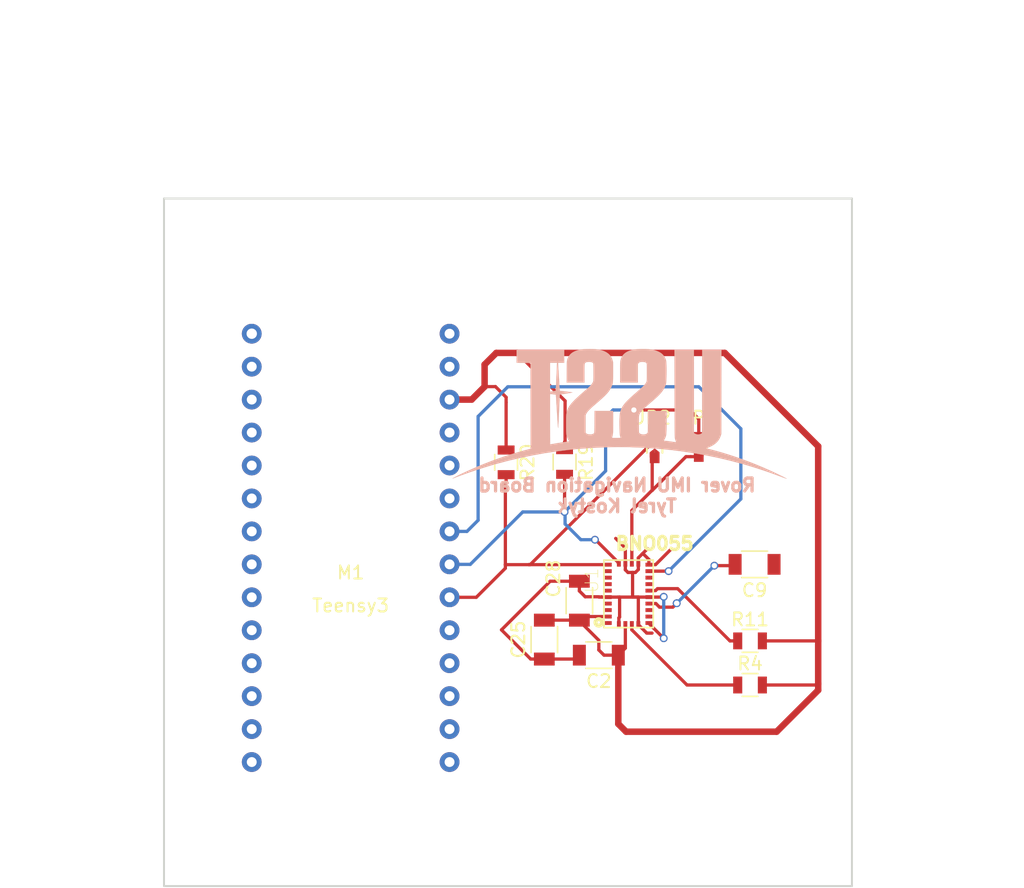
<source format=kicad_pcb>
(kicad_pcb (version 4) (host pcbnew 4.0.4-stable)

  (general
    (links 41)
    (no_connects 0)
    (area 137.264287 74.6 219.493175 143.075)
    (thickness 1.6)
    (drawings 13)
    (tracks 152)
    (zones 0)
    (modules 17)
    (nets 10)
  )

  (page A4)
  (layers
    (0 F.Cu signal)
    (31 B.Cu signal)
    (32 B.Adhes user)
    (33 F.Adhes user)
    (34 B.Paste user)
    (35 F.Paste user)
    (36 B.SilkS user hide)
    (37 F.SilkS user)
    (38 B.Mask user)
    (39 F.Mask user)
    (40 Dwgs.User user)
    (41 Cmts.User user)
    (42 Eco1.User user)
    (43 Eco2.User user)
    (44 Edge.Cuts user)
    (45 Margin user)
    (46 B.CrtYd user)
    (47 F.CrtYd user)
    (48 B.Fab user)
    (49 F.Fab user)
  )

  (setup
    (last_trace_width 0.25)
    (trace_clearance 0.2)
    (zone_clearance 0.508)
    (zone_45_only no)
    (trace_min 0.2)
    (segment_width 0.2)
    (edge_width 0.15)
    (via_size 0.6)
    (via_drill 0.4)
    (via_min_size 0.4)
    (via_min_drill 0.3)
    (uvia_size 0.3)
    (uvia_drill 0.1)
    (uvias_allowed no)
    (uvia_min_size 0.2)
    (uvia_min_drill 0.1)
    (pcb_text_width 0.3)
    (pcb_text_size 1.5 1.5)
    (mod_edge_width 0.15)
    (mod_text_size 1 1)
    (mod_text_width 0.15)
    (pad_size 1.524 1.524)
    (pad_drill 0.762)
    (pad_to_mask_clearance 0.2)
    (aux_axis_origin 0 0)
    (grid_origin 145 145)
    (visible_elements 7FFFFFFF)
    (pcbplotparams
      (layerselection 0x010f0_80000001)
      (usegerberextensions true)
      (excludeedgelayer true)
      (linewidth 0.100000)
      (plotframeref false)
      (viasonmask false)
      (mode 1)
      (useauxorigin true)
      (hpglpennumber 1)
      (hpglpenspeed 20)
      (hpglpendiameter 15)
      (hpglpenoverlay 2)
      (psnegative false)
      (psa4output false)
      (plotreference false)
      (plotvalue false)
      (plotinvisibletext false)
      (padsonsilk false)
      (subtractmaskfromsilk false)
      (outputformat 1)
      (mirror false)
      (drillshape 0)
      (scaleselection 1)
      (outputdirectory gerbers/))
  )

  (net 0 "")
  (net 1 +3V3)
  (net 2 GND)
  (net 3 "Net-(C9-Pad2)")
  (net 4 /SCL)
  (net 5 /SDA)
  (net 6 /INT)
  (net 7 "Net-(R4-Pad1)")
  (net 8 "Net-(R11-Pad1)")
  (net 9 "Net-(JP1-Pad1)")

  (net_class Default "This is the default net class."
    (clearance 0.2)
    (trace_width 0.25)
    (via_dia 0.6)
    (via_drill 0.4)
    (uvia_dia 0.3)
    (uvia_drill 0.1)
    (add_net +3V3)
    (add_net /INT)
    (add_net /SCL)
    (add_net /SDA)
    (add_net GND)
    (add_net "Net-(C9-Pad2)")
    (add_net "Net-(JP1-Pad1)")
    (add_net "Net-(R11-Pad1)")
    (add_net "Net-(R4-Pad1)")
  )

  (module USST-footprints:Teensy_3.2_NoTail (layer F.Cu) (tedit 593F42C4) (tstamp 593F47DB)
    (at 168.86 124.585 180)
    (path /5939FE82)
    (fp_text reference M1 (at 5.08 6.35 180) (layer F.SilkS)
      (effects (font (size 1 1) (thickness 0.15)))
    )
    (fp_text value Teensy3 (at 5.08 3.81 180) (layer F.SilkS)
      (effects (font (size 1 1) (thickness 0.15)))
    )
    (pad 13 thru_hole oval (at -2.54 -8.255 180) (size 1.524 1.524) (drill 0.762) (layers *.Cu *.Mask))
    (pad 12 thru_hole oval (at 12.7 -8.255 180) (size 1.524 1.524) (drill 0.762) (layers *.Cu *.Mask))
    (pad 15 thru_hole oval (at -2.54 -3.175 180) (size 1.524 1.524) (drill 0.762) (layers *.Cu *.Mask))
    (pad 16 thru_hole oval (at -2.54 -0.635 180) (size 1.524 1.524) (drill 0.762) (layers *.Cu *.Mask))
    (pad 14 thru_hole oval (at -2.54 -5.715 180) (size 1.524 1.524) (drill 0.762) (layers *.Cu *.Mask))
    (pad 11 thru_hole oval (at 12.7 -5.715 180) (size 1.524 1.524) (drill 0.762) (layers *.Cu *.Mask))
    (pad 10 thru_hole oval (at 12.7 -3.175 180) (size 1.524 1.524) (drill 0.762) (layers *.Cu *.Mask))
    (pad 19 thru_hole oval (at -2.54 6.985 180) (size 1.524 1.524) (drill 0.762) (layers *.Cu *.Mask)
      (net 4 /SCL))
    (pad 9 thru_hole oval (at 12.7 -0.635 180) (size 1.524 1.524) (drill 0.762) (layers *.Cu *.Mask))
    (pad 18 thru_hole oval (at -2.54 4.445 180) (size 1.524 1.524) (drill 0.762) (layers *.Cu *.Mask)
      (net 5 /SDA))
    (pad 8 thru_hole oval (at 12.7 1.905 180) (size 1.524 1.524) (drill 0.762) (layers *.Cu *.Mask))
    (pad 20 thru_hole oval (at -2.54 9.525 180) (size 1.524 1.524) (drill 0.762) (layers *.Cu *.Mask)
      (net 6 /INT))
    (pad 22 thru_hole oval (at -2.54 14.605 180) (size 1.524 1.524) (drill 0.762) (layers *.Cu *.Mask))
    (pad 17 thru_hole oval (at -2.54 1.905 180) (size 1.524 1.524) (drill 0.762) (layers *.Cu *.Mask))
    (pad 23 thru_hole oval (at -2.54 17.145 180) (size 1.524 1.524) (drill 0.762) (layers *.Cu *.Mask))
    (pad 3v3 thru_hole oval (at -2.54 19.685 180) (size 1.524 1.524) (drill 0.762) (layers *.Cu *.Mask)
      (net 1 +3V3))
    (pad 6 thru_hole oval (at 12.7 6.985 180) (size 1.524 1.524) (drill 0.762) (layers *.Cu *.Mask))
    (pad 21 thru_hole oval (at -2.54 12.065 180) (size 1.524 1.524) (drill 0.762) (layers *.Cu *.Mask))
    (pad VIN thru_hole oval (at -2.54 24.765 180) (size 1.524 1.524) (drill 0.762) (layers *.Cu *.Mask))
    (pad AGND thru_hole oval (at -2.54 22.225 180) (size 1.524 1.524) (drill 0.762) (layers *.Cu *.Mask))
    (pad 5 thru_hole oval (at 12.7 9.525 180) (size 1.524 1.524) (drill 0.762) (layers *.Cu *.Mask))
    (pad 4 thru_hole oval (at 12.7 12.065 180) (size 1.524 1.524) (drill 0.762) (layers *.Cu *.Mask))
    (pad GND thru_hole oval (at 12.7 24.765 180) (size 1.524 1.524) (drill 0.8) (layers *.Cu *.Mask)
      (net 2 GND))
    (pad 3 thru_hole oval (at 12.7 14.605 180) (size 1.524 1.524) (drill 0.762) (layers *.Cu *.Mask))
    (pad 7 thru_hole oval (at 12.7 4.445 180) (size 1.524 1.524) (drill 0.762) (layers *.Cu *.Mask))
    (pad 2 thru_hole oval (at 12.7 17.145 180) (size 1.524 1.524) (drill 0.762) (layers *.Cu *.Mask))
    (pad 1 thru_hole oval (at 12.7 19.685 180) (size 1.524 1.524) (drill 0.762) (layers *.Cu *.Mask))
    (pad 0 thru_hole oval (at 12.7 22.225 180) (size 1.524 1.524) (drill 0.762) (layers *.Cu *.Mask))
  )

  (module Mounting_Holes:MountingHole_3.2mm_M3 (layer F.Cu) (tedit 593F41BF) (tstamp 593DCDAB)
    (at 154 94)
    (descr "Mounting Hole 3.2mm, no annular, M3")
    (tags "mounting hole 3.2mm no annular m3")
    (fp_text reference REF** (at 0 -4.2) (layer F.SilkS) hide
      (effects (font (size 1 1) (thickness 0.15)))
    )
    (fp_text value MountingHole_3.2mm_M3 (at 0 4.2) (layer F.Fab) hide
      (effects (font (size 1 1) (thickness 0.15)))
    )
    (fp_circle (center 0 0) (end 3.2 0) (layer Cmts.User) (width 0.15))
    (fp_circle (center 0 0) (end 3.45 0) (layer F.CrtYd) (width 0.05))
    (pad 1 np_thru_hole circle (at 0 0) (size 3.2 3.2) (drill 3.2) (layers *.Cu *.Mask))
  )

  (module Mounting_Holes:MountingHole_3.2mm_M3 (layer F.Cu) (tedit 593F41B5) (tstamp 593DCDA5)
    (at 197.8 137.8)
    (descr "Mounting Hole 3.2mm, no annular, M3")
    (tags "mounting hole 3.2mm no annular m3")
    (fp_text reference REF** (at 0 -4.2) (layer F.SilkS) hide
      (effects (font (size 1 1) (thickness 0.15)))
    )
    (fp_text value MountingHole_3.2mm_M3 (at 0 4.2) (layer F.Fab) hide
      (effects (font (size 1 1) (thickness 0.15)))
    )
    (fp_circle (center 0 0) (end 3.2 0) (layer Cmts.User) (width 0.15))
    (fp_circle (center 0 0) (end 3.45 0) (layer F.CrtYd) (width 0.05))
    (pad 1 np_thru_hole circle (at 0 0) (size 3.2 3.2) (drill 3.2) (layers *.Cu *.Mask))
  )

  (module Mounting_Holes:MountingHole_3.2mm_M3 (layer F.Cu) (tedit 593F41BB) (tstamp 593DCD9E)
    (at 197.8 94)
    (descr "Mounting Hole 3.2mm, no annular, M3")
    (tags "mounting hole 3.2mm no annular m3")
    (fp_text reference REF** (at 0 -4.2) (layer F.SilkS) hide
      (effects (font (size 1 1) (thickness 0.15)))
    )
    (fp_text value MountingHole_3.2mm_M3 (at 0 4.2) (layer F.Fab) hide
      (effects (font (size 1 1) (thickness 0.15)))
    )
    (fp_circle (center 0 0) (end 3.2 0) (layer Cmts.User) (width 0.15))
    (fp_circle (center 0 0) (end 3.45 0) (layer F.CrtYd) (width 0.05))
    (pad 1 np_thru_hole circle (at 0 0) (size 3.2 3.2) (drill 3.2) (layers *.Cu *.Mask))
  )

  (module Capacitors_SMD:C_1206 (layer F.Cu) (tedit 58AA84B8) (tstamp 593DCC09)
    (at 182.9 124.6)
    (descr "Capacitor SMD 1206, reflow soldering, AVX (see smccp.pdf)")
    (tags "capacitor 1206")
    (path /593A2C06)
    (attr smd)
    (fp_text reference C2 (at 0 2) (layer F.SilkS)
      (effects (font (size 1 1) (thickness 0.15)))
    )
    (fp_text value 100nF (at 0 2) (layer F.Fab)
      (effects (font (size 1 1) (thickness 0.15)))
    )
    (fp_text user %R (at 0 -1.75) (layer F.Fab)
      (effects (font (size 1 1) (thickness 0.15)))
    )
    (fp_line (start -1.6 0.8) (end -1.6 -0.8) (layer F.Fab) (width 0.1))
    (fp_line (start 1.6 0.8) (end -1.6 0.8) (layer F.Fab) (width 0.1))
    (fp_line (start 1.6 -0.8) (end 1.6 0.8) (layer F.Fab) (width 0.1))
    (fp_line (start -1.6 -0.8) (end 1.6 -0.8) (layer F.Fab) (width 0.1))
    (fp_line (start 1 -1.02) (end -1 -1.02) (layer F.SilkS) (width 0.12))
    (fp_line (start -1 1.02) (end 1 1.02) (layer F.SilkS) (width 0.12))
    (fp_line (start -2.25 -1.05) (end 2.25 -1.05) (layer F.CrtYd) (width 0.05))
    (fp_line (start -2.25 -1.05) (end -2.25 1.05) (layer F.CrtYd) (width 0.05))
    (fp_line (start 2.25 1.05) (end 2.25 -1.05) (layer F.CrtYd) (width 0.05))
    (fp_line (start 2.25 1.05) (end -2.25 1.05) (layer F.CrtYd) (width 0.05))
    (pad 1 smd rect (at -1.5 0) (size 1 1.6) (layers F.Cu F.Paste F.Mask)
      (net 2 GND))
    (pad 2 smd rect (at 1.5 0) (size 1 1.6) (layers F.Cu F.Paste F.Mask)
      (net 1 +3V3))
    (model Capacitors_SMD.3dshapes/C_1206.wrl
      (at (xyz 0 0 0))
      (scale (xyz 1 1 1))
      (rotate (xyz 0 0 0))
    )
  )

  (module Capacitors_SMD:C_1206 (layer F.Cu) (tedit 58AA84B8) (tstamp 593DCC1A)
    (at 194.9 117.6 180)
    (descr "Capacitor SMD 1206, reflow soldering, AVX (see smccp.pdf)")
    (tags "capacitor 1206")
    (path /593A1D9F)
    (attr smd)
    (fp_text reference C9 (at 0 -2 180) (layer F.SilkS)
      (effects (font (size 1 1) (thickness 0.15)))
    )
    (fp_text value 100nF (at 0 2 180) (layer F.Fab)
      (effects (font (size 1 1) (thickness 0.15)))
    )
    (fp_text user %R (at 0 -1.75 180) (layer F.Fab)
      (effects (font (size 1 1) (thickness 0.15)))
    )
    (fp_line (start -1.6 0.8) (end -1.6 -0.8) (layer F.Fab) (width 0.1))
    (fp_line (start 1.6 0.8) (end -1.6 0.8) (layer F.Fab) (width 0.1))
    (fp_line (start 1.6 -0.8) (end 1.6 0.8) (layer F.Fab) (width 0.1))
    (fp_line (start -1.6 -0.8) (end 1.6 -0.8) (layer F.Fab) (width 0.1))
    (fp_line (start 1 -1.02) (end -1 -1.02) (layer F.SilkS) (width 0.12))
    (fp_line (start -1 1.02) (end 1 1.02) (layer F.SilkS) (width 0.12))
    (fp_line (start -2.25 -1.05) (end 2.25 -1.05) (layer F.CrtYd) (width 0.05))
    (fp_line (start -2.25 -1.05) (end -2.25 1.05) (layer F.CrtYd) (width 0.05))
    (fp_line (start 2.25 1.05) (end 2.25 -1.05) (layer F.CrtYd) (width 0.05))
    (fp_line (start 2.25 1.05) (end -2.25 1.05) (layer F.CrtYd) (width 0.05))
    (pad 1 smd rect (at -1.5 0 180) (size 1 1.6) (layers F.Cu F.Paste F.Mask)
      (net 2 GND))
    (pad 2 smd rect (at 1.5 0 180) (size 1 1.6) (layers F.Cu F.Paste F.Mask)
      (net 3 "Net-(C9-Pad2)"))
    (model Capacitors_SMD.3dshapes/C_1206.wrl
      (at (xyz 0 0 0))
      (scale (xyz 1 1 1))
      (rotate (xyz 0 0 0))
    )
  )

  (module Capacitors_SMD:C_1206 (layer F.Cu) (tedit 58AA84B8) (tstamp 593DCC2B)
    (at 178.7 123.4 270)
    (descr "Capacitor SMD 1206, reflow soldering, AVX (see smccp.pdf)")
    (tags "capacitor 1206")
    (path /593A4E3A)
    (attr smd)
    (fp_text reference C25 (at 0 2 270) (layer F.SilkS)
      (effects (font (size 1 1) (thickness 0.15)))
    )
    (fp_text value 6.8nF (at 0 2 270) (layer F.Fab)
      (effects (font (size 1 1) (thickness 0.15)))
    )
    (fp_text user %R (at 0 -1.75 270) (layer F.Fab)
      (effects (font (size 1 1) (thickness 0.15)))
    )
    (fp_line (start -1.6 0.8) (end -1.6 -0.8) (layer F.Fab) (width 0.1))
    (fp_line (start 1.6 0.8) (end -1.6 0.8) (layer F.Fab) (width 0.1))
    (fp_line (start 1.6 -0.8) (end 1.6 0.8) (layer F.Fab) (width 0.1))
    (fp_line (start -1.6 -0.8) (end 1.6 -0.8) (layer F.Fab) (width 0.1))
    (fp_line (start 1 -1.02) (end -1 -1.02) (layer F.SilkS) (width 0.12))
    (fp_line (start -1 1.02) (end 1 1.02) (layer F.SilkS) (width 0.12))
    (fp_line (start -2.25 -1.05) (end 2.25 -1.05) (layer F.CrtYd) (width 0.05))
    (fp_line (start -2.25 -1.05) (end -2.25 1.05) (layer F.CrtYd) (width 0.05))
    (fp_line (start 2.25 1.05) (end 2.25 -1.05) (layer F.CrtYd) (width 0.05))
    (fp_line (start 2.25 1.05) (end -2.25 1.05) (layer F.CrtYd) (width 0.05))
    (pad 1 smd rect (at -1.5 0 270) (size 1 1.6) (layers F.Cu F.Paste F.Mask)
      (net 1 +3V3))
    (pad 2 smd rect (at 1.5 0 270) (size 1 1.6) (layers F.Cu F.Paste F.Mask)
      (net 2 GND))
    (model Capacitors_SMD.3dshapes/C_1206.wrl
      (at (xyz 0 0 0))
      (scale (xyz 1 1 1))
      (rotate (xyz 0 0 0))
    )
  )

  (module Capacitors_SMD:C_1206 (layer F.Cu) (tedit 58AA84B8) (tstamp 593DCC3C)
    (at 181.4 120.4 90)
    (descr "Capacitor SMD 1206, reflow soldering, AVX (see smccp.pdf)")
    (tags "capacitor 1206")
    (path /593A4DEA)
    (attr smd)
    (fp_text reference C28 (at 1.7 -2 90) (layer F.SilkS)
      (effects (font (size 1 1) (thickness 0.15)))
    )
    (fp_text value 120nF (at 0 2 90) (layer F.Fab)
      (effects (font (size 1 1) (thickness 0.15)))
    )
    (fp_text user %R (at 0 -1.75 90) (layer F.Fab)
      (effects (font (size 1 1) (thickness 0.15)))
    )
    (fp_line (start -1.6 0.8) (end -1.6 -0.8) (layer F.Fab) (width 0.1))
    (fp_line (start 1.6 0.8) (end -1.6 0.8) (layer F.Fab) (width 0.1))
    (fp_line (start 1.6 -0.8) (end 1.6 0.8) (layer F.Fab) (width 0.1))
    (fp_line (start -1.6 -0.8) (end 1.6 -0.8) (layer F.Fab) (width 0.1))
    (fp_line (start 1 -1.02) (end -1 -1.02) (layer F.SilkS) (width 0.12))
    (fp_line (start -1 1.02) (end 1 1.02) (layer F.SilkS) (width 0.12))
    (fp_line (start -2.25 -1.05) (end 2.25 -1.05) (layer F.CrtYd) (width 0.05))
    (fp_line (start -2.25 -1.05) (end -2.25 1.05) (layer F.CrtYd) (width 0.05))
    (fp_line (start 2.25 1.05) (end 2.25 -1.05) (layer F.CrtYd) (width 0.05))
    (fp_line (start 2.25 1.05) (end -2.25 1.05) (layer F.CrtYd) (width 0.05))
    (pad 1 smd rect (at -1.5 0 90) (size 1 1.6) (layers F.Cu F.Paste F.Mask)
      (net 1 +3V3))
    (pad 2 smd rect (at 1.5 0 90) (size 1 1.6) (layers F.Cu F.Paste F.Mask)
      (net 2 GND))
    (model Capacitors_SMD.3dshapes/C_1206.wrl
      (at (xyz 0 0 0))
      (scale (xyz 1 1 1))
      (rotate (xyz 0 0 0))
    )
  )

  (module Resistors_SMD:R_0805 (layer F.Cu) (tedit 58E0A804) (tstamp 593DCC71)
    (at 194.55 126.9)
    (descr "Resistor SMD 0805, reflow soldering, Vishay (see dcrcw.pdf)")
    (tags "resistor 0805")
    (path /593A32D0)
    (attr smd)
    (fp_text reference R4 (at 0 -1.65) (layer F.SilkS)
      (effects (font (size 1 1) (thickness 0.15)))
    )
    (fp_text value 10k (at 0 1.75) (layer F.Fab)
      (effects (font (size 1 1) (thickness 0.15)))
    )
    (fp_text user %R (at 0 0) (layer F.Fab)
      (effects (font (size 0.5 0.5) (thickness 0.075)))
    )
    (fp_line (start -1 0.62) (end -1 -0.62) (layer F.Fab) (width 0.1))
    (fp_line (start 1 0.62) (end -1 0.62) (layer F.Fab) (width 0.1))
    (fp_line (start 1 -0.62) (end 1 0.62) (layer F.Fab) (width 0.1))
    (fp_line (start -1 -0.62) (end 1 -0.62) (layer F.Fab) (width 0.1))
    (fp_line (start 0.6 0.88) (end -0.6 0.88) (layer F.SilkS) (width 0.12))
    (fp_line (start -0.6 -0.88) (end 0.6 -0.88) (layer F.SilkS) (width 0.12))
    (fp_line (start -1.55 -0.9) (end 1.55 -0.9) (layer F.CrtYd) (width 0.05))
    (fp_line (start -1.55 -0.9) (end -1.55 0.9) (layer F.CrtYd) (width 0.05))
    (fp_line (start 1.55 0.9) (end 1.55 -0.9) (layer F.CrtYd) (width 0.05))
    (fp_line (start 1.55 0.9) (end -1.55 0.9) (layer F.CrtYd) (width 0.05))
    (pad 1 smd rect (at -0.95 0) (size 0.7 1.3) (layers F.Cu F.Paste F.Mask)
      (net 7 "Net-(R4-Pad1)"))
    (pad 2 smd rect (at 0.95 0) (size 0.7 1.3) (layers F.Cu F.Paste F.Mask)
      (net 1 +3V3))
    (model ${KISYS3DMOD}/Resistors_SMD.3dshapes/R_0805.wrl
      (at (xyz 0 0 0))
      (scale (xyz 1 1 1))
      (rotate (xyz 0 0 0))
    )
  )

  (module Resistors_SMD:R_0805 (layer F.Cu) (tedit 58E0A804) (tstamp 593DCC82)
    (at 194.55 123.5)
    (descr "Resistor SMD 0805, reflow soldering, Vishay (see dcrcw.pdf)")
    (tags "resistor 0805")
    (path /593A3289)
    (attr smd)
    (fp_text reference R11 (at 0 -1.65) (layer F.SilkS)
      (effects (font (size 1 1) (thickness 0.15)))
    )
    (fp_text value 10k (at 0 1.75) (layer F.Fab)
      (effects (font (size 1 1) (thickness 0.15)))
    )
    (fp_text user %R (at 0 0) (layer F.Fab)
      (effects (font (size 0.5 0.5) (thickness 0.075)))
    )
    (fp_line (start -1 0.62) (end -1 -0.62) (layer F.Fab) (width 0.1))
    (fp_line (start 1 0.62) (end -1 0.62) (layer F.Fab) (width 0.1))
    (fp_line (start 1 -0.62) (end 1 0.62) (layer F.Fab) (width 0.1))
    (fp_line (start -1 -0.62) (end 1 -0.62) (layer F.Fab) (width 0.1))
    (fp_line (start 0.6 0.88) (end -0.6 0.88) (layer F.SilkS) (width 0.12))
    (fp_line (start -0.6 -0.88) (end 0.6 -0.88) (layer F.SilkS) (width 0.12))
    (fp_line (start -1.55 -0.9) (end 1.55 -0.9) (layer F.CrtYd) (width 0.05))
    (fp_line (start -1.55 -0.9) (end -1.55 0.9) (layer F.CrtYd) (width 0.05))
    (fp_line (start 1.55 0.9) (end 1.55 -0.9) (layer F.CrtYd) (width 0.05))
    (fp_line (start 1.55 0.9) (end -1.55 0.9) (layer F.CrtYd) (width 0.05))
    (pad 1 smd rect (at -0.95 0) (size 0.7 1.3) (layers F.Cu F.Paste F.Mask)
      (net 8 "Net-(R11-Pad1)"))
    (pad 2 smd rect (at 0.95 0) (size 0.7 1.3) (layers F.Cu F.Paste F.Mask)
      (net 1 +3V3))
    (model ${KISYS3DMOD}/Resistors_SMD.3dshapes/R_0805.wrl
      (at (xyz 0 0 0))
      (scale (xyz 1 1 1))
      (rotate (xyz 0 0 0))
    )
  )

  (module Resistors_SMD:R_0805 (layer F.Cu) (tedit 58E0A804) (tstamp 593DCC93)
    (at 180.26079 109.709636 270)
    (descr "Resistor SMD 0805, reflow soldering, Vishay (see dcrcw.pdf)")
    (tags "resistor 0805")
    (path /593A2705)
    (attr smd)
    (fp_text reference R19 (at 0 -1.65 270) (layer F.SilkS)
      (effects (font (size 1 1) (thickness 0.15)))
    )
    (fp_text value 3.3k (at 0 1.75 270) (layer F.Fab)
      (effects (font (size 1 1) (thickness 0.15)))
    )
    (fp_text user %R (at 0 0 270) (layer F.Fab)
      (effects (font (size 0.5 0.5) (thickness 0.075)))
    )
    (fp_line (start -1 0.62) (end -1 -0.62) (layer F.Fab) (width 0.1))
    (fp_line (start 1 0.62) (end -1 0.62) (layer F.Fab) (width 0.1))
    (fp_line (start 1 -0.62) (end 1 0.62) (layer F.Fab) (width 0.1))
    (fp_line (start -1 -0.62) (end 1 -0.62) (layer F.Fab) (width 0.1))
    (fp_line (start 0.6 0.88) (end -0.6 0.88) (layer F.SilkS) (width 0.12))
    (fp_line (start -0.6 -0.88) (end 0.6 -0.88) (layer F.SilkS) (width 0.12))
    (fp_line (start -1.55 -0.9) (end 1.55 -0.9) (layer F.CrtYd) (width 0.05))
    (fp_line (start -1.55 -0.9) (end -1.55 0.9) (layer F.CrtYd) (width 0.05))
    (fp_line (start 1.55 0.9) (end 1.55 -0.9) (layer F.CrtYd) (width 0.05))
    (fp_line (start 1.55 0.9) (end -1.55 0.9) (layer F.CrtYd) (width 0.05))
    (pad 1 smd rect (at -0.95 0 270) (size 0.7 1.3) (layers F.Cu F.Paste F.Mask)
      (net 1 +3V3))
    (pad 2 smd rect (at 0.95 0 270) (size 0.7 1.3) (layers F.Cu F.Paste F.Mask)
      (net 4 /SCL))
    (model ${KISYS3DMOD}/Resistors_SMD.3dshapes/R_0805.wrl
      (at (xyz 0 0 0))
      (scale (xyz 1 1 1))
      (rotate (xyz 0 0 0))
    )
  )

  (module Resistors_SMD:R_0805 (layer F.Cu) (tedit 58E0A804) (tstamp 593DCCA4)
    (at 175.7571 109.736752 270)
    (descr "Resistor SMD 0805, reflow soldering, Vishay (see dcrcw.pdf)")
    (tags "resistor 0805")
    (path /593A26D4)
    (attr smd)
    (fp_text reference R20 (at 0 -1.65 270) (layer F.SilkS)
      (effects (font (size 1 1) (thickness 0.15)))
    )
    (fp_text value 2.7k (at 0 1.75 270) (layer F.Fab)
      (effects (font (size 1 1) (thickness 0.15)))
    )
    (fp_text user %R (at 0 0 270) (layer F.Fab)
      (effects (font (size 0.5 0.5) (thickness 0.075)))
    )
    (fp_line (start -1 0.62) (end -1 -0.62) (layer F.Fab) (width 0.1))
    (fp_line (start 1 0.62) (end -1 0.62) (layer F.Fab) (width 0.1))
    (fp_line (start 1 -0.62) (end 1 0.62) (layer F.Fab) (width 0.1))
    (fp_line (start -1 -0.62) (end 1 -0.62) (layer F.Fab) (width 0.1))
    (fp_line (start 0.6 0.88) (end -0.6 0.88) (layer F.SilkS) (width 0.12))
    (fp_line (start -0.6 -0.88) (end 0.6 -0.88) (layer F.SilkS) (width 0.12))
    (fp_line (start -1.55 -0.9) (end 1.55 -0.9) (layer F.CrtYd) (width 0.05))
    (fp_line (start -1.55 -0.9) (end -1.55 0.9) (layer F.CrtYd) (width 0.05))
    (fp_line (start 1.55 0.9) (end 1.55 -0.9) (layer F.CrtYd) (width 0.05))
    (fp_line (start 1.55 0.9) (end -1.55 0.9) (layer F.CrtYd) (width 0.05))
    (pad 1 smd rect (at -0.95 0 270) (size 0.7 1.3) (layers F.Cu F.Paste F.Mask)
      (net 1 +3V3))
    (pad 2 smd rect (at 0.95 0 270) (size 0.7 1.3) (layers F.Cu F.Paste F.Mask)
      (net 5 /SDA))
    (model ${KISYS3DMOD}/Resistors_SMD.3dshapes/R_0805.wrl
      (at (xyz 0 0 0))
      (scale (xyz 1 1 1))
      (rotate (xyz 0 0 0))
    )
  )

  (module BNO055:LGA28R50P4X10_380X520X100 (layer F.Cu) (tedit 59409CEB) (tstamp 593DCCCD)
    (at 185.1935 119.874 90)
    (path /593A16A2)
    (attr smd)
    (fp_text reference U1 (at 1.04 -2.835 90) (layer F.SilkS)
      (effects (font (size 1 1) (thickness 0.05)))
    )
    (fp_text value BNO055 (at 3.874 2.0065 180) (layer F.SilkS)
      (effects (font (size 1 1) (thickness 0.25)))
    )
    (fp_line (start -2.6 -1.9) (end -2.6 1.9) (layer F.SilkS) (width 0.127))
    (fp_line (start -2.6 1.9) (end 2.6 1.9) (layer F.SilkS) (width 0.127))
    (fp_line (start 2.6 1.9) (end 2.6 -1.9) (layer F.SilkS) (width 0.127))
    (fp_line (start 2.6 -1.9) (end -2.6 -1.9) (layer F.SilkS) (width 0.127))
    (fp_line (start -2.9 -2.2) (end 2.9 -2.2) (layer Dwgs.User) (width 0.127))
    (fp_line (start 2.9 -2.2) (end 2.9 2.2) (layer Dwgs.User) (width 0.127))
    (fp_line (start 2.9 2.2) (end -2.9 2.2) (layer Dwgs.User) (width 0.127))
    (fp_line (start -2.9 2.2) (end -2.9 -2.2) (layer Dwgs.User) (width 0.127))
    (fp_circle (center -2.2 -2.3) (end -2.1 -2.3) (layer F.SilkS) (width 0.3048))
    (pad 1 smd rect (at -2.25 -1.5625 270) (size 0.3 0.525) (layers F.Cu F.Paste F.Mask))
    (pad 2 smd rect (at -2.3125 -0.75) (size 0.3 0.425) (layers F.Cu F.Paste F.Mask)
      (net 2 GND))
    (pad 3 smd rect (at -2.3125 -0.25) (size 0.3 0.425) (layers F.Cu F.Paste F.Mask)
      (net 1 +3V3))
    (pad 4 smd rect (at -2.3125 0.25) (size 0.3 0.425) (layers F.Cu F.Paste F.Mask)
      (net 7 "Net-(R4-Pad1)"))
    (pad 5 smd rect (at -2.3125 0.75) (size 0.3 0.425) (layers F.Cu F.Paste F.Mask)
      (net 2 GND))
    (pad 6 smd rect (at -2.25 1.5625 270) (size 0.3 0.525) (layers F.Cu F.Paste F.Mask)
      (net 2 GND))
    (pad 7 smd rect (at -1.75 1.5625 270) (size 0.3 0.525) (layers F.Cu F.Paste F.Mask))
    (pad 8 smd rect (at -1.25 1.5625 270) (size 0.3 0.525) (layers F.Cu F.Paste F.Mask))
    (pad 9 smd rect (at -0.75 1.5625 270) (size 0.3 0.525) (layers F.Cu F.Paste F.Mask)
      (net 3 "Net-(C9-Pad2)"))
    (pad 10 smd rect (at -0.25 1.5625 270) (size 0.3 0.525) (layers F.Cu F.Paste F.Mask)
      (net 2 GND))
    (pad 11 smd rect (at 0.25 1.5625 270) (size 0.3 0.525) (layers F.Cu F.Paste F.Mask)
      (net 8 "Net-(R11-Pad1)"))
    (pad 12 smd rect (at 0.75 1.5625 270) (size 0.3 0.525) (layers F.Cu F.Paste F.Mask))
    (pad 13 smd rect (at 1.25 1.5625 270) (size 0.3 0.525) (layers F.Cu F.Paste F.Mask))
    (pad 14 smd rect (at 1.75 1.5625 270) (size 0.3 0.525) (layers F.Cu F.Paste F.Mask)
      (net 6 /INT))
    (pad 15 smd rect (at 2.25 1.5625 270) (size 0.3 0.525) (layers F.Cu F.Paste F.Mask)
      (net 2 GND))
    (pad 16 smd rect (at 2.3125 0.75) (size 0.3 0.425) (layers F.Cu F.Paste F.Mask)
      (net 2 GND))
    (pad 17 smd rect (at 2.3125 0.25) (size 0.3 0.425) (layers F.Cu F.Paste F.Mask)
      (net 9 "Net-(JP1-Pad1)"))
    (pad 18 smd rect (at 2.3125 -0.25) (size 0.3 0.425) (layers F.Cu F.Paste F.Mask)
      (net 2 GND))
    (pad 19 smd rect (at 2.3125 -0.75) (size 0.3 0.425) (layers F.Cu F.Paste F.Mask)
      (net 4 /SCL))
    (pad 20 smd rect (at 2.25 -1.5625 270) (size 0.3 0.525) (layers F.Cu F.Paste F.Mask)
      (net 5 /SDA))
    (pad 21 smd rect (at 1.75 -1.5625 270) (size 0.3 0.525) (layers F.Cu F.Paste F.Mask))
    (pad 22 smd rect (at 1.25 -1.5625 270) (size 0.3 0.525) (layers F.Cu F.Paste F.Mask))
    (pad 23 smd rect (at 0.75 -1.5625 270) (size 0.3 0.525) (layers F.Cu F.Paste F.Mask))
    (pad 24 smd rect (at 0.25 -1.5625 270) (size 0.3 0.525) (layers F.Cu F.Paste F.Mask))
    (pad 25 smd rect (at -0.25 -1.5625 270) (size 0.3 0.525) (layers F.Cu F.Paste F.Mask)
      (net 2 GND))
    (pad 26 smd rect (at -0.75 -1.5625 270) (size 0.3 0.525) (layers F.Cu F.Paste F.Mask))
    (pad 27 smd rect (at -1.25 -1.5625 270) (size 0.3 0.525) (layers F.Cu F.Paste F.Mask))
    (pad 28 smd rect (at -1.75 -1.5625 270) (size 0.3 0.525) (layers F.Cu F.Paste F.Mask)
      (net 1 +3V3))
  )

  (module Mounting_Holes:MountingHole_3.2mm_M3 (layer F.Cu) (tedit 593F41B1) (tstamp 593DCD9A)
    (at 154.1 137.8)
    (descr "Mounting Hole 3.2mm, no annular, M3")
    (tags "mounting hole 3.2mm no annular m3")
    (fp_text reference REF** (at 0 -4.2) (layer F.SilkS) hide
      (effects (font (size 1 1) (thickness 0.15)))
    )
    (fp_text value MountingHole_3.2mm_M3 (at 0 4.2) (layer F.Fab) hide
      (effects (font (size 1 1) (thickness 0.15)))
    )
    (fp_circle (center 0 0) (end 3.2 0) (layer Cmts.User) (width 0.15))
    (fp_circle (center 0 0) (end 3.45 0) (layer F.CrtYd) (width 0.05))
    (pad 1 np_thru_hole circle (at 0 0) (size 3.2 3.2) (drill 3.2) (layers *.Cu *.Mask))
  )

  (module USST-footprints:J_0603 (layer F.Cu) (tedit 58704FBD) (tstamp 593DD7FD)
    (at 190.6 108.55 90)
    (descr "Capacitor SMD 0603, reflow soldering, AVX (see smccp.pdf)")
    (tags "capacitor 0603")
    (path /593DDD12)
    (attr smd)
    (fp_text reference JP1 (at 2.25 0.1 180) (layer F.SilkS)
      (effects (font (size 1 1) (thickness 0.15)))
    )
    (fp_text value Jumper_NC_Small (at 0 1.9 90) (layer F.Fab)
      (effects (font (size 1 1) (thickness 0.15)))
    )
    (fp_line (start -0.8 0.4) (end -0.8 -0.4) (layer F.Fab) (width 0.15))
    (fp_line (start 0.8 0.4) (end -0.8 0.4) (layer F.Fab) (width 0.15))
    (fp_line (start 0.8 -0.4) (end 0.8 0.4) (layer F.Fab) (width 0.15))
    (fp_line (start -0.8 -0.4) (end 0.8 -0.4) (layer F.Fab) (width 0.15))
    (fp_line (start -1.45 -0.75) (end 1.45 -0.75) (layer F.CrtYd) (width 0.05))
    (fp_line (start -1.45 0.75) (end 1.45 0.75) (layer F.CrtYd) (width 0.05))
    (fp_line (start -1.45 -0.75) (end -1.45 0.75) (layer F.CrtYd) (width 0.05))
    (fp_line (start 1.45 -0.75) (end 1.45 0.75) (layer F.CrtYd) (width 0.05))
    (fp_line (start -0.35 -0.6) (end 0.35 -0.6) (layer F.SilkS) (width 0.15))
    (fp_line (start 0.35 0.6) (end -0.35 0.6) (layer F.SilkS) (width 0.15))
    (pad 1 smd rect (at -0.75 0 90) (size 0.8 0.75) (layers F.Cu F.Paste F.Mask)
      (net 9 "Net-(JP1-Pad1)"))
    (pad 2 smd rect (at 0.75 0 90) (size 0.8 0.75) (layers F.Cu F.Paste F.Mask)
      (net 4 /SCL))
    (pad 2 smd trapezoid (at 0.5588 0 270) (size 0.6 0.75) (rect_delta 0 0.55 ) (layers F.Cu F.Paste F.Mask)
      (net 4 /SCL))
    (pad 2 smd trapezoid (at 0.5588 0 90) (size 0.6 0.75) (rect_delta 0 0.55 ) (layers F.Cu F.Paste F.Mask)
      (net 4 /SCL))
    (pad 1 smd trapezoid (at -0.508 0.18796 270) (size 0.7 0.376) (rect_delta 0 0.3 ) (layers F.Cu F.Paste F.Mask)
      (net 9 "Net-(JP1-Pad1)"))
    (pad 1 smd trapezoid (at -0.508 -0.18796 90) (size 0.7 0.376) (rect_delta 0 0.3 ) (layers F.Cu F.Paste F.Mask)
      (net 9 "Net-(JP1-Pad1)"))
    (model Capacitors_SMD.3dshapes/C_0603.wrl
      (at (xyz 0 0 0))
      (scale (xyz 1 1 1))
      (rotate (xyz 0 0 0))
    )
  )

  (module USST-footprints:J_0603 (layer F.Cu) (tedit 58704FBD) (tstamp 593DD811)
    (at 187.2 108.65 90)
    (descr "Capacitor SMD 0603, reflow soldering, AVX (see smccp.pdf)")
    (tags "capacitor 0603")
    (path /593DDD61)
    (attr smd)
    (fp_text reference JP2 (at 2.35 -0.1 180) (layer F.SilkS)
      (effects (font (size 1 1) (thickness 0.15)))
    )
    (fp_text value Jumper_NO_Small (at 0 1.9 90) (layer F.Fab)
      (effects (font (size 1 1) (thickness 0.15)))
    )
    (fp_line (start -0.8 0.4) (end -0.8 -0.4) (layer F.Fab) (width 0.15))
    (fp_line (start 0.8 0.4) (end -0.8 0.4) (layer F.Fab) (width 0.15))
    (fp_line (start 0.8 -0.4) (end 0.8 0.4) (layer F.Fab) (width 0.15))
    (fp_line (start -0.8 -0.4) (end 0.8 -0.4) (layer F.Fab) (width 0.15))
    (fp_line (start -1.45 -0.75) (end 1.45 -0.75) (layer F.CrtYd) (width 0.05))
    (fp_line (start -1.45 0.75) (end 1.45 0.75) (layer F.CrtYd) (width 0.05))
    (fp_line (start -1.45 -0.75) (end -1.45 0.75) (layer F.CrtYd) (width 0.05))
    (fp_line (start 1.45 -0.75) (end 1.45 0.75) (layer F.CrtYd) (width 0.05))
    (fp_line (start -0.35 -0.6) (end 0.35 -0.6) (layer F.SilkS) (width 0.15))
    (fp_line (start 0.35 0.6) (end -0.35 0.6) (layer F.SilkS) (width 0.15))
    (pad 1 smd rect (at -0.75 0 90) (size 0.8 0.75) (layers F.Cu F.Paste F.Mask)
      (net 9 "Net-(JP1-Pad1)"))
    (pad 2 smd rect (at 0.75 0 90) (size 0.8 0.75) (layers F.Cu F.Paste F.Mask)
      (net 5 /SDA))
    (pad 2 smd trapezoid (at 0.5588 0 270) (size 0.6 0.75) (rect_delta 0 0.55 ) (layers F.Cu F.Paste F.Mask)
      (net 5 /SDA))
    (pad 2 smd trapezoid (at 0.5588 0 90) (size 0.6 0.75) (rect_delta 0 0.55 ) (layers F.Cu F.Paste F.Mask)
      (net 5 /SDA))
    (pad 1 smd trapezoid (at -0.508 0.18796 270) (size 0.7 0.376) (rect_delta 0 0.3 ) (layers F.Cu F.Paste F.Mask)
      (net 9 "Net-(JP1-Pad1)"))
    (pad 1 smd trapezoid (at -0.508 -0.18796 90) (size 0.7 0.376) (rect_delta 0 0.3 ) (layers F.Cu F.Paste F.Mask)
      (net 9 "Net-(JP1-Pad1)"))
    (model Capacitors_SMD.3dshapes/C_0603.wrl
      (at (xyz 0 0 0))
      (scale (xyz 1 1 1))
      (rotate (xyz 0 0 0))
    )
  )

  (module USST-footprints:USSTLOGO (layer B.Cu) (tedit 0) (tstamp 593F4509)
    (at 184.5 106 180)
    (fp_text reference G*** (at 0 0 180) (layer B.SilkS) hide
      (effects (font (thickness 0.3)) (justify mirror))
    )
    (fp_text value LOGO (at 0.75 0 180) (layer B.SilkS) hide
      (effects (font (thickness 0.3)) (justify mirror))
    )
    (fp_poly (pts (xy -1.680139 5.000082) (xy -1.530762 4.995802) (xy -1.401803 4.989459) (xy -1.288325 4.980504)
      (xy -1.185391 4.96839) (xy -1.088066 4.95257) (xy -0.991412 4.932497) (xy -0.923927 4.916233)
      (xy -0.745662 4.8619) (xy -0.588671 4.794124) (xy -0.452417 4.712482) (xy -0.336366 4.616548)
      (xy -0.239981 4.505899) (xy -0.162726 4.38011) (xy -0.118139 4.278581) (xy -0.102607 4.236102)
      (xy -0.089222 4.195901) (xy -0.077824 4.155776) (xy -0.068256 4.113524) (xy -0.060357 4.066946)
      (xy -0.053969 4.013839) (xy -0.048933 3.952003) (xy -0.045089 3.879235) (xy -0.042278 3.793335)
      (xy -0.040342 3.6921) (xy -0.039121 3.573331) (xy -0.038456 3.434824) (xy -0.038188 3.274379)
      (xy -0.038152 3.171825) (xy -0.0381 2.413) (xy -1.4097 2.413) (xy -1.4097 3.12151)
      (xy -1.409701 3.830019) (xy -1.438275 3.886685) (xy -1.478064 3.937873) (xy -1.538261 3.975871)
      (xy -1.617309 4.000241) (xy -1.713651 4.010549) (xy -1.825729 4.006356) (xy -1.854178 4.00322)
      (xy -1.933606 3.990026) (xy -1.992651 3.971368) (xy -2.036135 3.944932) (xy -2.068879 3.908406)
      (xy -2.07645 3.896603) (xy -2.082163 3.886298) (xy -2.086948 3.874503) (xy -2.090889 3.859014)
      (xy -2.094067 3.837628) (xy -2.096564 3.808143) (xy -2.098461 3.768356) (xy -2.099842 3.716064)
      (xy -2.100787 3.649064) (xy -2.101378 3.565154) (xy -2.101698 3.46213) (xy -2.101828 3.337789)
      (xy -2.10185 3.2131) (xy -2.101814 3.060709) (xy -2.101544 2.931381) (xy -2.100801 2.822783)
      (xy -2.099346 2.732577) (xy -2.096941 2.658429) (xy -2.093345 2.598003) (xy -2.088319 2.548963)
      (xy -2.081624 2.508973) (xy -2.07302 2.475698) (xy -2.06227 2.446803) (xy -2.049132 2.419951)
      (xy -2.033368 2.392807) (xy -2.014761 2.363071) (xy -1.992261 2.328751) (xy -1.968076 2.294919)
      (xy -1.940733 2.260155) (xy -1.908758 2.223041) (xy -1.870679 2.182155) (xy -1.825021 2.136078)
      (xy -1.770313 2.083391) (xy -1.70508 2.022672) (xy -1.627849 1.952504) (xy -1.537147 1.871466)
      (xy -1.431502 1.778137) (xy -1.309439 1.671099) (xy -1.17475 1.553521) (xy -1.003105 1.402148)
      (xy -0.8508 1.263913) (xy -0.716436 1.137289) (xy -0.598615 1.02075) (xy -0.495939 0.912768)
      (xy -0.407009 0.811816) (xy -0.330427 0.716367) (xy -0.264794 0.624893) (xy -0.208711 0.535869)
      (xy -0.160781 0.447767) (xy -0.159144 0.4445) (xy -0.124573 0.371576) (xy -0.094663 0.299295)
      (xy -0.069134 0.225341) (xy -0.047704 0.1474) (xy -0.030093 0.063158) (xy -0.016022 -0.029702)
      (xy -0.005209 -0.133493) (xy 0.002626 -0.250531) (xy 0.007763 -0.38313) (xy 0.010484 -0.533606)
      (xy 0.011067 -0.704273) (xy 0.009795 -0.897445) (xy 0.009268 -0.945462) (xy 0.007253 -1.095539)
      (xy 0.004849 -1.223028) (xy 0.001831 -1.330744) (xy -0.002024 -1.4215) (xy -0.006942 -1.498108)
      (xy -0.013147 -1.563381) (xy -0.020862 -1.620132) (xy -0.030313 -1.671175) (xy -0.041722 -1.719322)
      (xy -0.055316 -1.767385) (xy -0.056607 -1.77165) (xy -0.067595 -1.809378) (xy -0.074657 -1.836724)
      (xy -0.076063 -1.844675) (xy -0.063956 -1.847227) (xy -0.029778 -1.84952) (xy 0.023143 -1.85146)
      (xy 0.091478 -1.85295) (xy 0.1719 -1.853895) (xy 0.254855 -1.8542) (xy 0.355112 -1.854104)
      (xy 0.432752 -1.85369) (xy 0.490556 -1.852767) (xy 0.531309 -1.851144) (xy 0.557791 -1.84863)
      (xy 0.572786 -1.845034) (xy 0.579077 -1.840166) (xy 0.579444 -1.833834) (xy 0.578929 -1.831975)
      (xy 0.555048 -1.745744) (xy 0.533101 -1.648118) (xy 0.515797 -1.55205) (xy 0.507855 -1.49225)
      (xy 0.505703 -1.459237) (xy 0.503666 -1.403387) (xy 0.501778 -1.327262) (xy 0.500075 -1.233426)
      (xy 0.49859 -1.124441) (xy 0.497358 -1.002869) (xy 0.496414 -0.871274) (xy 0.495791 -0.732217)
      (xy 0.495525 -0.588263) (xy 0.49552 -0.574675) (xy 0.4953 0.2286) (xy 1.929867 0.2286)
      (xy 1.933308 -0.606425) (xy 1.933925 -0.77719) (xy 1.93443 -0.924411) (xy 1.935066 -1.04994)
      (xy 1.93608 -1.15563) (xy 1.937715 -1.243335) (xy 1.940216 -1.314907) (xy 1.943827 -1.372199)
      (xy 1.948795 -1.417065) (xy 1.955362 -1.451356) (xy 1.963774 -1.476926) (xy 1.974276 -1.495629)
      (xy 1.987112 -1.509316) (xy 2.002527 -1.519841) (xy 2.020766 -1.529056) (xy 2.042072 -1.538816)
      (xy 2.0574 -1.546187) (xy 2.090169 -1.561547) (xy 2.119606 -1.571624) (xy 2.152487 -1.577515)
      (xy 2.195589 -1.580317) (xy 2.255688 -1.581129) (xy 2.2733 -1.58115) (xy 2.364316 -1.578517)
      (xy 2.43542 -1.569634) (xy 2.491645 -1.553021) (xy 2.538028 -1.527201) (xy 2.578935 -1.491381)
      (xy 2.62255 -1.446377) (xy 2.62255 -0.10795) (xy 2.577034 -0.0127) (xy 2.551322 0.037263)
      (xy 2.521552 0.086982) (xy 2.486263 0.137955) (xy 2.443991 0.191676) (xy 2.393273 0.249643)
      (xy 2.332646 0.313352) (xy 2.260647 0.384298) (xy 2.175813 0.463978) (xy 2.076681 0.553888)
      (xy 1.961788 0.655524) (xy 1.829672 0.770382) (xy 1.714221 0.869686) (xy 1.539288 1.021341)
      (xy 1.384153 1.159558) (xy 1.247745 1.28538) (xy 1.128993 1.399848) (xy 1.026828 1.504007)
      (xy 0.940179 1.598898) (xy 0.867975 1.685564) (xy 0.8424 1.718826) (xy 0.766521 1.828231)
      (xy 0.695619 1.945865) (xy 0.633673 2.064415) (xy 0.584659 2.176566) (xy 0.567359 2.22457)
      (xy 0.554181 2.265641) (xy 0.542886 2.304862) (xy 0.533331 2.344502) (xy 0.525372 2.386832)
      (xy 0.518868 2.434122) (xy 0.513676 2.488644) (xy 0.509653 2.552666) (xy 0.506656 2.628461)
      (xy 0.504544 2.718297) (xy 0.503173 2.824446) (xy 0.502401 2.949177) (xy 0.502086 3.094762)
      (xy 0.502084 3.263471) (xy 0.502084 3.2639) (xy 0.502518 3.99415) (xy 0.536193 4.117643)
      (xy 0.59045 4.273402) (xy 0.664036 4.412911) (xy 0.757385 4.536701) (xy 0.870929 4.645299)
      (xy 1.005104 4.739236) (xy 1.0795 4.780581) (xy 1.172713 4.824758) (xy 1.270262 4.862935)
      (xy 1.376312 4.896271) (xy 1.495026 4.925925) (xy 1.630567 4.953056) (xy 1.787099 4.978823)
      (xy 1.79705 4.980321) (xy 1.858858 4.987024) (xy 1.941543 4.992198) (xy 2.04063 4.995872)
      (xy 2.151643 4.998069) (xy 2.270105 4.998817) (xy 2.391542 4.998142) (xy 2.511478 4.996069)
      (xy 2.625438 4.992625) (xy 2.728946 4.987836) (xy 2.817525 4.981727) (xy 2.886702 4.974325)
      (xy 2.88925 4.973967) (xy 3.097636 4.93713) (xy 3.283829 4.88884) (xy 3.448514 4.828679)
      (xy 3.592377 4.756228) (xy 3.716104 4.671065) (xy 3.82038 4.572773) (xy 3.90589 4.460931)
      (xy 3.973321 4.33512) (xy 3.987149 4.302151) (xy 4.002815 4.262527) (xy 4.016325 4.22653)
      (xy 4.027852 4.191997) (xy 4.037568 4.156764) (xy 4.045643 4.118665) (xy 4.05225 4.075537)
      (xy 4.05756 4.025215) (xy 4.061745 3.965535) (xy 4.064977 3.894333) (xy 4.067427 3.809445)
      (xy 4.069267 3.708707) (xy 4.070669 3.589953) (xy 4.071805 3.45102) (xy 4.072845 3.289744)
      (xy 4.073286 3.216276) (xy 4.078087 2.413001) (xy 3.391593 2.413001) (xy 2.7051 2.413)
      (xy 2.7051 3.120191) (xy 2.705075 3.272214) (xy 2.704951 3.400957) (xy 2.704657 3.508542)
      (xy 2.704117 3.597087) (xy 2.703259 3.668715) (xy 2.702009 3.725545) (xy 2.700295 3.769698)
      (xy 2.698043 3.803294) (xy 2.69518 3.828454) (xy 2.691633 3.847299) (xy 2.687328 3.861948)
      (xy 2.682193 3.874522) (xy 2.678798 3.881712) (xy 2.648698 3.928094) (xy 2.607303 3.961757)
      (xy 2.550137 3.985259) (xy 2.472723 4.00116) (xy 2.46887 4.001713) (xy 2.351425 4.010701)
      (xy 2.244602 4.003606) (xy 2.15261 3.980812) (xy 2.127639 3.970563) (xy 2.103199 3.959633)
      (xy 2.082494 3.949645) (xy 2.065217 3.938521) (xy 2.051058 3.924186) (xy 2.039707 3.904563)
      (xy 2.030857 3.877577) (xy 2.024197 3.841151) (xy 2.019418 3.79321) (xy 2.016211 3.731676)
      (xy 2.014267 3.654475) (xy 2.013277 3.559529) (xy 2.012932 3.444763) (xy 2.012922 3.308101)
      (xy 2.01295 3.2004) (xy 2.012967 3.054825) (xy 2.01308 2.932382) (xy 2.013378 2.830801)
      (xy 2.013953 2.747815) (xy 2.014894 2.681155) (xy 2.016293 2.628552) (xy 2.018239 2.587737)
      (xy 2.020823 2.556443) (xy 2.024135 2.532401) (xy 2.028267 2.513342) (xy 2.033308 2.496997)
      (xy 2.039348 2.481099) (xy 2.041883 2.474807) (xy 2.064006 2.4285) (xy 2.095261 2.37334)
      (xy 2.129239 2.320564) (xy 2.132394 2.316057) (xy 2.152658 2.287761) (xy 2.17275 2.260956)
      (xy 2.194046 2.234355) (xy 2.217926 2.206668) (xy 2.245769 2.176605) (xy 2.278953 2.142877)
      (xy 2.318857 2.104195) (xy 2.36686 2.05927) (xy 2.42434 2.006812) (xy 2.492677 1.945533)
      (xy 2.573248 1.874142) (xy 2.667432 1.79135) (xy 2.776609 1.695869) (xy 2.902156 1.586409)
      (xy 3.045453 1.461681) (xy 3.053644 1.454555) (xy 3.128331 1.3882) (xy 3.213803 1.310008)
      (xy 3.30319 1.226405) (xy 3.389625 1.143816) (xy 3.466238 1.068667) (xy 3.467702 1.067205)
      (xy 3.608431 0.920939) (xy 3.728201 0.783498) (xy 3.82864 0.652092) (xy 3.911376 0.52393)
      (xy 3.97804 0.396221) (xy 4.030259 0.266174) (xy 4.069663 0.130999) (xy 4.09788 -0.012096)
      (xy 4.097974 -0.0127) (xy 4.1033 -0.049645) (xy 4.107748 -0.088106) (xy 4.111397 -0.130679)
      (xy 4.114322 -0.17996) (xy 4.1166 -0.238544) (xy 4.118308 -0.309028) (xy 4.119521 -0.394005)
      (xy 4.120316 -0.496073) (xy 4.12077 -0.617827) (xy 4.120958 -0.761863) (xy 4.120971 -0.79375)
      (xy 4.120825 -0.9579) (xy 4.120179 -1.099079) (xy 4.118869 -1.219711) (xy 4.116732 -1.322223)
      (xy 4.113605 -1.409041) (xy 4.109325 -1.482589) (xy 4.103728 -1.545295) (xy 4.096651 -1.599583)
      (xy 4.087931 -1.64788) (xy 4.077404 -1.692611) (xy 4.064908 -1.736202) (xy 4.055578 -1.7653)
      (xy 4.005704 -1.887959) (xy 3.936016 -2.012596) (xy 3.908183 -2.055117) (xy 3.888122 -2.0865)
      (xy 3.876605 -2.107988) (xy 3.87545 -2.113537) (xy 3.888735 -2.116239) (xy 3.923613 -2.121889)
      (xy 3.976519 -2.12995) (xy 4.043889 -2.139885) (xy 4.122155 -2.151156) (xy 4.17195 -2.158209)
      (xy 4.260159 -2.171103) (xy 4.367244 -2.187525) (xy 4.487084 -2.206492) (xy 4.613558 -2.227017)
      (xy 4.740545 -2.248117) (xy 4.861925 -2.268806) (xy 4.894204 -2.274414) (xy 4.996049 -2.292105)
      (xy 5.0903 -2.308312) (xy 5.173944 -2.322529) (xy 5.24397 -2.334251) (xy 5.297364 -2.342973)
      (xy 5.331115 -2.348189) (xy 5.341879 -2.3495) (xy 5.344261 -2.346482) (xy 5.346425 -2.336689)
      (xy 5.348379 -2.319015) (xy 5.350135 -2.29235) (xy 5.351701 -2.255588) (xy 5.353088 -2.20762)
      (xy 5.354306 -2.147339) (xy 5.355365 -2.073637) (xy 5.356275 -1.985407) (xy 5.357045 -1.88154)
      (xy 5.357686 -1.760929) (xy 5.358209 -1.622466) (xy 5.358622 -1.465043) (xy 5.358935 -1.287553)
      (xy 5.35916 -1.088888) (xy 5.359305 -0.867939) (xy 5.359382 -0.623601) (xy 5.3594 -0.406717)
      (xy 5.359399 1.536065) (xy 5.324475 1.530445) (xy 5.299623 1.52702) (xy 5.255079 1.521429)
      (xy 5.196392 1.514349) (xy 5.12911 1.506456) (xy 5.102429 1.503383) (xy 4.915308 1.481941)
      (xy 4.909019 1.442646) (xy 4.907203 1.423512) (xy 4.904033 1.381215) (xy 4.89965 1.317946)
      (xy 4.894195 1.235897) (xy 4.887809 1.137261) (xy 4.880633 1.024231) (xy 4.872809 0.898997)
      (xy 4.864477 0.763752) (xy 4.85578 0.620689) (xy 4.851289 0.5461) (xy 4.835713 0.288127)
      (xy 4.821423 0.054844) (xy 4.808372 -0.154423) (xy 4.796512 -0.34035) (xy 4.785796 -0.50361)
      (xy 4.776176 -0.64488) (xy 4.767604 -0.764833) (xy 4.760033 -0.864144) (xy 4.753416 -0.943489)
      (xy 4.747706 -1.003541) (xy 4.742854 -1.044975) (xy 4.738813 -1.068467) (xy 4.737345 -1.07315)
      (xy 4.73042 -1.083514) (xy 4.726646 -1.073182) (xy 4.725136 -1.0414) (xy 4.724043 -1.009102)
      (xy 4.721669 -0.957288) (xy 4.718306 -0.891791) (xy 4.71425 -0.818446) (xy 4.711701 -0.7747)
      (xy 4.708495 -0.71727) (xy 4.704224 -0.635005) (xy 4.698912 -0.528448) (xy 4.692586 -0.39814)
      (xy 4.68527 -0.244623) (xy 4.67699 -0.068439) (xy 4.667771 0.129871) (xy 4.657638 0.349763)
      (xy 4.646618 0.590698) (xy 4.634735 0.852131) (xy 4.622015 1.133523) (xy 4.614683 1.296333)
      (xy 4.606358 1.481416) (xy 4.122454 1.561894) (xy 4.014623 1.579993) (xy 3.91466 1.597089)
      (xy 3.825339 1.612685) (xy 3.749432 1.626282) (xy 3.68971 1.637382) (xy 3.648948 1.645488)
      (xy 3.629917 1.6501) (xy 3.628955 1.650566) (xy 3.638098 1.654511) (xy 3.669883 1.660909)
      (xy 3.721709 1.669405) (xy 3.790975 1.679647) (xy 3.875077 1.69128) (xy 3.971415 1.703951)
      (xy 4.077386 1.717307) (xy 4.190388 1.730995) (xy 4.307821 1.74466) (xy 4.386395 1.753484)
      (xy 4.457313 1.761607) (xy 4.518998 1.769199) (xy 4.567202 1.775695) (xy 4.59768 1.780529)
      (xy 4.606404 1.782772) (xy 4.608232 1.79617) (xy 4.611348 1.832478) (xy 4.615589 1.889244)
      (xy 4.620787 1.964019) (xy 4.626779 2.054353) (xy 4.633397 2.157796) (xy 4.640477 2.271899)
      (xy 4.647853 2.394212) (xy 4.648892 2.411717) (xy 4.657341 2.553741) (xy 4.666313 2.703426)
      (xy 4.675499 2.855721) (xy 4.684593 3.005572) (xy 4.693287 3.147926) (xy 4.701275 3.277732)
      (xy 4.70825 3.389937) (xy 4.711458 3.440975) (xy 4.717758 3.542085) (xy 4.723497 3.636847)
      (xy 4.728477 3.721803) (xy 4.732503 3.793495) (xy 4.735377 3.848464) (xy 4.736903 3.883253)
      (xy 4.7371 3.891926) (xy 4.7371 3.937) (xy 4.822069 3.937) (xy 4.830366 3.711575)
      (xy 4.834288 3.608499) (xy 4.838996 3.490635) (xy 4.844358 3.360853) (xy 4.850244 3.22202)
      (xy 4.856523 3.077004) (xy 4.863063 2.928675) (xy 4.869735 2.779899) (xy 4.876407 2.633546)
      (xy 4.88295 2.492484) (xy 4.889231 2.35958) (xy 4.89512 2.237704) (xy 4.900487 2.129722)
      (xy 4.9052 2.038504) (xy 4.909129 1.966918) (xy 4.912144 1.917832) (xy 4.912153 1.9177)
      (xy 4.92125 1.78435) (xy 5.11175 1.750755) (xy 5.180426 1.738881) (xy 5.242051 1.728666)
      (xy 5.291437 1.720937) (xy 5.323399 1.716521) (xy 5.330825 1.71583) (xy 5.3594 1.7145)
      (xy 5.3594 3.937) (xy 4.822069 3.937) (xy 4.7371 3.937) (xy 4.2672 3.937)
      (xy 4.2672 4.9276) (xy 7.9375 4.9276) (xy 7.9375 3.937276) (xy 6.86435 3.93065)
      (xy 6.857952 -2.691408) (xy 6.905601 -2.703879) (xy 6.940431 -2.712859) (xy 6.990526 -2.725608)
      (xy 7.046507 -2.739743) (xy 7.0612 -2.743433) (xy 7.401891 -2.832528) (xy 7.760247 -2.933077)
      (xy 8.132022 -3.043683) (xy 8.51297 -3.162948) (xy 8.898847 -3.289478) (xy 9.285406 -3.421874)
      (xy 9.668403 -3.558741) (xy 10.043593 -3.698681) (xy 10.40673 -3.840297) (xy 10.460211 -3.861724)
      (xy 10.670554 -3.947577) (xy 10.889766 -4.039433) (xy 11.114547 -4.13579) (xy 11.341595 -4.235148)
      (xy 11.567612 -4.336007) (xy 11.789296 -4.436868) (xy 12.003346 -4.536229) (xy 12.206463 -4.632591)
      (xy 12.395346 -4.724453) (xy 12.566694 -4.810316) (xy 12.703294 -4.881279) (xy 12.769659 -4.917237)
      (xy 12.821403 -4.946788) (xy 12.857021 -4.968905) (xy 12.875012 -4.982561) (xy 12.873873 -4.986729)
      (xy 12.852101 -4.980382) (xy 12.8436 -4.977165) (xy 12.509475 -4.849747) (xy 12.157445 -4.720115)
      (xy 11.792345 -4.589884) (xy 11.41901 -4.460669) (xy 11.042276 -4.334085) (xy 10.666976 -4.211746)
      (xy 10.297946 -4.095268) (xy 9.940021 -3.986264) (xy 9.598035 -3.886351) (xy 9.465951 -3.849059)
      (xy 8.55639 -3.608197) (xy 7.641365 -3.392089) (xy 6.721292 -3.20078) (xy 5.796583 -3.034314)
      (xy 4.867652 -2.892734) (xy 3.934913 -2.776084) (xy 2.99878 -2.684408) (xy 2.059666 -2.617749)
      (xy 1.117984 -2.576153) (xy 0.174149 -2.559661) (xy -0.771426 -2.568319) (xy -1.718328 -2.602171)
      (xy -2.10185 -2.623043) (xy -3.032834 -2.691226) (xy -3.961916 -2.784228) (xy -4.888026 -2.901865)
      (xy -5.810095 -3.043956) (xy -6.727055 -3.210316) (xy -7.637835 -3.400763) (xy -8.541368 -3.615114)
      (xy -9.436583 -3.853184) (xy -9.667965 -3.91898) (xy -9.970154 -4.007962) (xy -10.285233 -4.104288)
      (xy -10.607892 -4.206203) (xy -10.932822 -4.311952) (xy -11.254714 -4.419777) (xy -11.568259 -4.527924)
      (xy -11.868146 -4.634636) (xy -12.149068 -4.738157) (xy -12.1793 -4.749545) (xy -12.315434 -4.800682)
      (xy -12.440868 -4.84728) (xy -12.553898 -4.888735) (xy -12.652817 -4.92444) (xy -12.735921 -4.953791)
      (xy -12.801505 -4.976183) (xy -12.847864 -4.991011) (xy -12.873293 -4.99767) (xy -12.8778 -4.997426)
      (xy -12.866657 -4.988384) (xy -12.834676 -4.96966) (xy -12.784034 -4.942319) (xy -12.716908 -4.907428)
      (xy -12.635473 -4.866054) (xy -12.541905 -4.819265) (xy -12.438381 -4.768126) (xy -12.327076 -4.713704)
      (xy -12.210167 -4.657066) (xy -12.08983 -4.59928) (xy -11.968241 -4.54141) (xy -11.847576 -4.484526)
      (xy -11.73001 -4.429692) (xy -11.617721 -4.377976) (xy -11.56748 -4.355092) (xy -11.036945 -4.121179)
      (xy -10.496583 -3.896109) (xy -9.950016 -3.681162) (xy -9.400866 -3.477619) (xy -8.852753 -3.28676)
      (xy -8.3093 -3.109866) (xy -7.774128 -2.948217) (xy -7.250858 -2.803092) (xy -6.981825 -2.733873)
      (xy -6.900345 -2.713157) (xy -6.827763 -2.69405) (xy -6.767493 -2.677505) (xy -6.722948 -2.664474)
      (xy -6.697543 -2.655911) (xy -6.6929 -2.653257) (xy -6.70401 -2.645503) (xy -6.733577 -2.632196)
      (xy -6.775954 -2.6158) (xy -6.791325 -2.610294) (xy -6.888929 -2.572224) (xy -6.994879 -2.524557)
      (xy -7.099904 -2.471836) (xy -7.194731 -2.418608) (xy -7.239 -2.39088) (xy -7.386835 -2.282701)
      (xy -7.512003 -2.166601) (xy -7.616762 -2.039555) (xy -7.70337 -1.89854) (xy -7.774083 -1.740532)
      (xy -7.815019 -1.61925) (xy -7.841666 -1.53035) (xy -7.845302 1.698626) (xy -7.848938 4.927601)
      (xy -7.105819 4.927601) (xy -6.3627 4.9276) (xy -6.360715 4.181475) (xy -6.360501 4.090083)
      (xy -6.360281 3.975065) (xy -6.360055 3.838192) (xy -6.359827 3.68124) (xy -6.359597 3.505981)
      (xy -6.359368 3.314188) (xy -6.359141 3.107636) (xy -6.358918 2.888096) (xy -6.358701 2.657343)
      (xy -6.358491 2.41715) (xy -6.358291 2.16929) (xy -6.358102 1.915536) (xy -6.357925 1.657662)
      (xy -6.357763 1.397441) (xy -6.357617 1.136646) (xy -6.35754 0.98425) (xy -6.357367 0.736386)
      (xy -6.357095 0.495197) (xy -6.356729 0.261923) (xy -6.356276 0.037801) (xy -6.355742 -0.175931)
      (xy -6.355131 -0.378036) (xy -6.35445 -0.567276) (xy -6.353705 -0.742412) (xy -6.352901 -0.902207)
      (xy -6.352045 -1.045423) (xy -6.351142 -1.170822) (xy -6.350197 -1.277167) (xy -6.349217 -1.363219)
      (xy -6.348207 -1.427742) (xy -6.347174 -1.469496) (xy -6.346122 -1.487244) (xy -6.345988 -1.487716)
      (xy -6.329632 -1.503354) (xy -6.296949 -1.523926) (xy -6.257088 -1.543995) (xy -6.16259 -1.574935)
      (xy -6.062372 -1.587197) (xy -5.962431 -1.581199) (xy -5.868766 -1.557359) (xy -5.787375 -1.516096)
      (xy -5.779706 -1.510713) (xy -5.725381 -1.47136) (xy -5.727822 0.366045) (xy -5.728122 0.610761)
      (xy -5.728391 0.868037) (xy -5.728627 1.134649) (xy -5.72883 1.407373) (xy -5.728997 1.682984)
      (xy -5.729129 1.958257) (xy -5.729223 2.229969) (xy -5.729279 2.494895) (xy -5.729296 2.749809)
      (xy -5.729272 2.991488) (xy -5.729205 3.216708) (xy -5.729096 3.422244) (xy -5.728982 3.565525)
      (xy -5.7277 4.9276) (xy -4.228594 4.9276) (xy -4.232655 1.577975) (xy -4.233059 1.229735)
      (xy -4.23341 0.905955) (xy -4.233731 0.605696) (xy -4.234043 0.328018) (xy -4.234368 0.071982)
      (xy -4.234729 -0.163353) (xy -4.235147 -0.378924) (xy -4.235645 -0.575673) (xy -4.236244 -0.754539)
      (xy -4.236966 -0.916461) (xy -4.237833 -1.062378) (xy -4.238867 -1.193231) (xy -4.240091 -1.309959)
      (xy -4.241526 -1.413501) (xy -4.243194 -1.504798) (xy -4.245118 -1.584787) (xy -4.247318 -1.654411)
      (xy -4.249818 -1.714607) (xy -4.252639 -1.766315) (xy -4.255802 -1.810475) (xy -4.259331 -1.848026)
      (xy -4.263247 -1.879909) (xy -4.267572 -1.907062) (xy -4.272328 -1.930426) (xy -4.277537 -1.950939)
      (xy -4.283221 -1.969541) (xy -4.289402 -1.987172) (xy -4.296101 -2.004772) (xy -4.303342 -2.023279)
      (xy -4.311146 -2.043635) (xy -4.317806 -2.061874) (xy -4.334432 -2.111282) (xy -4.346129 -2.15119)
      (xy -4.351343 -2.175986) (xy -4.35089 -2.181143) (xy -4.337072 -2.181141) (xy -4.301264 -2.177839)
      (xy -4.246606 -2.171618) (xy -4.17624 -2.162861) (xy -4.093307 -2.151949) (xy -4.000949 -2.139265)
      (xy -3.965898 -2.134324) (xy -3.865648 -2.120297) (xy -3.768978 -2.107145) (xy -3.680036 -2.095402)
      (xy -3.602967 -2.085606) (xy -3.541918 -2.078291) (xy -3.501034 -2.073994) (xy -3.495675 -2.073546)
      (xy -3.451038 -2.069126) (xy -3.418347 -2.064035) (xy -3.403895 -2.059287) (xy -3.403684 -2.058741)
      (xy -3.410244 -2.044129) (xy -3.426273 -2.018123) (xy -3.429756 -2.01295) (xy -3.472361 -1.941869)
      (xy -3.514068 -1.857352) (xy -3.54953 -1.770969) (xy -3.568727 -1.712226) (xy -3.57836 -1.674058)
      (xy -3.58673 -1.631843) (xy -3.593919 -1.583657) (xy -3.600011 -1.52758) (xy -3.605089 -1.461688)
      (xy -3.609235 -1.384058) (xy -3.612533 -1.292767) (xy -3.615066 -1.185894) (xy -3.616916 -1.061516)
      (xy -3.618167 -0.917709) (xy -3.618901 -0.752551) (xy -3.619202 -0.564121) (xy -3.619212 -0.542925)
      (xy -3.6195 0.2286) (xy -2.1844 0.2286) (xy -2.1844 -0.584607) (xy -2.18431 -0.754759)
      (xy -2.184015 -0.901246) (xy -2.183479 -1.025803) (xy -2.182669 -1.130163) (xy -2.181549 -1.216062)
      (xy -2.180083 -1.285234) (xy -2.178237 -1.339413) (xy -2.175976 -1.380334) (xy -2.173263 -1.409731)
      (xy -2.170065 -1.429339) (xy -2.167077 -1.439275) (xy -2.130036 -1.495629) (xy -2.072141 -1.539124)
      (xy -1.994804 -1.569129) (xy -1.899435 -1.58501) (xy -1.836854 -1.5875) (xy -1.733695 -1.580466)
      (xy -1.645622 -1.560009) (xy -1.574819 -1.527092) (xy -1.523476 -1.482681) (xy -1.497188 -1.437735)
      (xy -1.494956 -1.419422) (xy -1.492883 -1.378289) (xy -1.491014 -1.316917) (xy -1.489391 -1.237886)
      (xy -1.488057 -1.143778) (xy -1.487055 -1.037171) (xy -1.48643 -0.920647) (xy -1.486224 -0.796786)
      (xy -1.486228 -0.783398) (xy -1.48633 -0.641201) (xy -1.486538 -0.522027) (xy -1.486948 -0.423497)
      (xy -1.487656 -0.343233) (xy -1.48876 -0.278859) (xy -1.490356 -0.227996) (xy -1.49254 -0.188266)
      (xy -1.495408 -0.157291) (xy -1.499057 -0.132694) (xy -1.503584 -0.112097) (xy -1.509085 -0.093123)
      (xy -1.514949 -0.075465) (xy -1.535367 -0.022027) (xy -1.560596 0.030954) (xy -1.591961 0.084883)
      (xy -1.630788 0.141161) (xy -1.678402 0.201193) (xy -1.736129 0.266383) (xy -1.805294 0.338132)
      (xy -1.887224 0.417845) (xy -1.983244 0.506925) (xy -2.094679 0.606776) (xy -2.222855 0.7188)
      (xy -2.369098 0.844402) (xy -2.444326 0.908418) (xy -2.613386 1.053752) (xy -2.763035 1.186498)
      (xy -2.894847 1.308384) (xy -3.010392 1.421137) (xy -3.111245 1.526482) (xy -3.198977 1.626148)
      (xy -3.27516 1.72186) (xy -3.341367 1.815347) (xy -3.39917 1.908334) (xy -3.450141 2.002548)
      (xy -3.461589 2.02565) (xy -3.497074 2.100145) (xy -3.525816 2.165762) (xy -3.548645 2.226641)
      (xy -3.56639 2.286917) (xy -3.579879 2.350729) (xy -3.589941 2.422214) (xy -3.597406 2.505511)
      (xy -3.603101 2.604755) (xy -3.607857 2.724086) (xy -3.609152 2.76225) (xy -3.612123 2.873333)
      (xy -3.614399 3.002405) (xy -3.615924 3.142065) (xy -3.616641 3.284912) (xy -3.616494 3.423543)
      (xy -3.615426 3.550556) (xy -3.615266 3.56235) (xy -3.613032 3.697277) (xy -3.610134 3.810135)
      (xy -3.606067 3.904258) (xy -3.600324 3.982977) (xy -3.592398 4.049624) (xy -3.581782 4.10753)
      (xy -3.567969 4.160028) (xy -3.550454 4.210449) (xy -3.528729 4.262126) (xy -3.502288 4.318389)
      (xy -3.499387 4.32435) (xy -3.429536 4.446334) (xy -3.34531 4.55365) (xy -3.24475 4.647835)
      (xy -3.125899 4.730425) (xy -2.986803 4.802958) (xy -2.825503 4.86697) (xy -2.795541 4.87718)
      (xy -2.66057 4.917261) (xy -2.519191 4.949151) (xy -2.368186 4.973204) (xy -2.204339 4.989776)
      (xy -2.024434 4.999219) (xy -1.825254 5.00189) (xy -1.680139 5.000082)) (layer B.SilkS) (width 0.01))
  )

  (gr_text "Rover IMU Navigation Board\nTyrel Kostyk" (at 184.3 112.3) (layer B.SilkS)
    (effects (font (size 1 1) (thickness 0.25)) (justify mirror))
  )
  (dimension 4.6 (width 0.3) (layer Dwgs.User) (tstamp 593F40D2)
    (gr_text "4.600 mm" (at 186.821365 140.123563 90) (layer Dwgs.User) (tstamp 593F40D3)
      (effects (font (size 1.5 1.5) (thickness 0.3)))
    )
    (feature1 (pts (xy 197.771365 137.823563) (xy 185.471365 137.823563)))
    (feature2 (pts (xy 197.771365 142.423563) (xy 185.471365 142.423563)))
    (crossbar (pts (xy 188.171365 142.423563) (xy 188.171365 137.823563)))
    (arrow1a (pts (xy 188.171365 137.823563) (xy 188.757786 138.950067)))
    (arrow1b (pts (xy 188.171365 137.823563) (xy 187.584944 138.950067)))
    (arrow2a (pts (xy 188.171365 142.423563) (xy 188.757786 141.297059)))
    (arrow2b (pts (xy 188.171365 142.423563) (xy 187.584944 141.297059)))
  )
  (dimension 4.6 (width 0.3) (layer Dwgs.User) (tstamp 593F40B5)
    (gr_text "4.600 mm" (at 200.084873 75.95) (layer Dwgs.User) (tstamp 593F4106)
      (effects (font (size 1.5 1.5) (thickness 0.3)))
    )
    (feature1 (pts (xy 202.384873 93.974354) (xy 202.384873 74.6)))
    (feature2 (pts (xy 197.784873 93.974354) (xy 197.784873 74.6)))
    (crossbar (pts (xy 197.784873 77.3) (xy 202.384873 77.3)))
    (arrow1a (pts (xy 202.384873 77.3) (xy 201.258369 77.886421)))
    (arrow1b (pts (xy 202.384873 77.3) (xy 201.258369 76.713579)))
    (arrow2a (pts (xy 197.784873 77.3) (xy 198.911377 77.886421)))
    (arrow2b (pts (xy 197.784873 77.3) (xy 198.911377 76.713579)))
  )
  (dimension 4.6 (width 0.3) (layer Dwgs.User)
    (gr_text "4.600 mm" (at 143.05 91.7 90) (layer Dwgs.User) (tstamp 593F408E)
      (effects (font (size 1.5 1.5) (thickness 0.3)))
    )
    (feature1 (pts (xy 154 89.4) (xy 141.7 89.4)))
    (feature2 (pts (xy 154 94) (xy 141.7 94)))
    (crossbar (pts (xy 144.4 94) (xy 144.4 89.4)))
    (arrow1a (pts (xy 144.4 89.4) (xy 144.986421 90.526504)))
    (arrow1b (pts (xy 144.4 89.4) (xy 143.813579 90.526504)))
    (arrow2a (pts (xy 144.4 94) (xy 144.986421 92.873496)))
    (arrow2b (pts (xy 144.4 94) (xy 143.813579 92.873496)))
  )
  (dimension 4.6 (width 0.3) (layer Dwgs.User)
    (gr_text "4.600 mm" (at 151.7 97.15) (layer Dwgs.User)
      (effects (font (size 1.5 1.5) (thickness 0.3)))
    )
    (feature1 (pts (xy 149.4 94) (xy 149.4 98.5)))
    (feature2 (pts (xy 154 94) (xy 154 98.5)))
    (crossbar (pts (xy 154 95.8) (xy 149.4 95.8)))
    (arrow1a (pts (xy 149.4 95.8) (xy 150.526504 95.213579)))
    (arrow1b (pts (xy 149.4 95.8) (xy 150.526504 96.386421)))
    (arrow2a (pts (xy 154 95.8) (xy 152.873496 95.213579)))
    (arrow2b (pts (xy 154 95.8) (xy 152.873496 96.386421)))
  )
  (dimension 53 (width 0.3) (layer Dwgs.User)
    (gr_text "53.000 mm" (at 212.993175 115.920243 270) (layer Dwgs.User)
      (effects (font (size 1.5 1.5) (thickness 0.3)))
    )
    (feature1 (pts (xy 202.143175 142.420243) (xy 214.343175 142.420243)))
    (feature2 (pts (xy 202.143175 89.420243) (xy 214.343175 89.420243)))
    (crossbar (pts (xy 211.643175 89.420243) (xy 211.643175 142.420243)))
    (arrow1a (pts (xy 211.643175 142.420243) (xy 211.056754 141.293739)))
    (arrow1b (pts (xy 211.643175 142.420243) (xy 212.229596 141.293739)))
    (arrow2a (pts (xy 211.643175 89.420243) (xy 211.056754 90.546747)))
    (arrow2b (pts (xy 211.643175 89.420243) (xy 212.229596 90.546747)))
  )
  (dimension 53 (width 0.3) (layer Dwgs.User)
    (gr_text "53.000 mm" (at 175.908375 81.037551) (layer Dwgs.User)
      (effects (font (size 1.5 1.5) (thickness 0.3)))
    )
    (feature1 (pts (xy 149.408375 89.88755) (xy 149.408375 79.687551)))
    (feature2 (pts (xy 202.408375 89.88755) (xy 202.408375 79.687551)))
    (crossbar (pts (xy 202.408375 82.387551) (xy 149.408375 82.387551)))
    (arrow1a (pts (xy 149.408375 82.387551) (xy 150.534879 81.80113)))
    (arrow1b (pts (xy 149.408375 82.387551) (xy 150.534879 82.973972)))
    (arrow2a (pts (xy 202.408375 82.387551) (xy 201.281871 81.80113)))
    (arrow2b (pts (xy 202.408375 82.387551) (xy 201.281871 82.973972)))
  )
  (dimension 43.8 (width 0.3) (layer Dwgs.User)
    (gr_text "43.800 mm" (at 208.15 115.863442 270) (layer Dwgs.User) (tstamp 593F3FF1)
      (effects (font (size 1.5 1.5) (thickness 0.3)))
    )
    (feature1 (pts (xy 197.8 137.763442) (xy 209.5 137.763442)))
    (feature2 (pts (xy 197.8 93.963442) (xy 209.5 93.963442)))
    (crossbar (pts (xy 206.8 93.963442) (xy 206.8 137.763442)))
    (arrow1a (pts (xy 206.8 137.763442) (xy 206.213579 136.636938)))
    (arrow1b (pts (xy 206.8 137.763442) (xy 207.386421 136.636938)))
    (arrow2a (pts (xy 206.8 93.963442) (xy 206.213579 95.089946)))
    (arrow2b (pts (xy 206.8 93.963442) (xy 207.386421 95.089946)))
  )
  (dimension 43.8 (width 0.3) (layer Dwgs.User)
    (gr_text "43.800 mm" (at 175.9 85.15) (layer Dwgs.User) (tstamp 593F3FD9)
      (effects (font (size 1.5 1.5) (thickness 0.3)))
    )
    (feature1 (pts (xy 197.8 94) (xy 197.8 83.8)))
    (feature2 (pts (xy 154 94) (xy 154 83.8)))
    (crossbar (pts (xy 154 86.5) (xy 197.8 86.5)))
    (arrow1a (pts (xy 197.8 86.5) (xy 196.673496 87.086421)))
    (arrow1b (pts (xy 197.8 86.5) (xy 196.673496 85.913579)))
    (arrow2a (pts (xy 154 86.5) (xy 155.126504 87.086421)))
    (arrow2b (pts (xy 154 86.5) (xy 155.126504 85.913579)))
  )
  (gr_line (start 149.4 142.4) (end 149.4 89.4) (layer Edge.Cuts) (width 0.15))
  (gr_line (start 202.4 142.4) (end 149.4 142.4) (layer Edge.Cuts) (width 0.15))
  (gr_line (start 202.4 89.4) (end 202.4 142.4) (layer Edge.Cuts) (width 0.15))
  (gr_line (start 149.4 89.4) (end 202.4 89.4) (layer Edge.Cuts) (width 0.15))

  (segment (start 176.6 101.3) (end 192.6 101.3) (width 0.5) (layer F.Cu) (net 1))
  (segment (start 192.6 101.3) (end 199.8 108.5) (width 0.5) (layer F.Cu) (net 1))
  (segment (start 199.8 108.5) (end 199.8 123.5) (width 0.5) (layer F.Cu) (net 1))
  (segment (start 175.7571 105.112083) (end 175.7571 104.717927) (width 0.25) (layer F.Cu) (net 1))
  (segment (start 175.7571 104.717927) (end 174.939173 103.9) (width 0.25) (layer F.Cu) (net 1))
  (segment (start 174.939173 103.9) (end 174.1 103.9) (width 0.25) (layer F.Cu) (net 1))
  (segment (start 176.6 101.3) (end 175 101.3) (width 0.5) (layer F.Cu) (net 1))
  (segment (start 175 101.3) (end 174.1 102.2) (width 0.5) (layer F.Cu) (net 1))
  (segment (start 174.1 102.2) (end 174.1 103.9) (width 0.5) (layer F.Cu) (net 1))
  (segment (start 174.1 103.9) (end 173.1 104.9) (width 0.5) (layer F.Cu) (net 1))
  (segment (start 173.1 104.9) (end 171.4 104.9) (width 0.5) (layer F.Cu) (net 1))
  (segment (start 181.4 121.9) (end 181.4 121.957723) (width 0.25) (layer F.Cu) (net 1))
  (segment (start 181.4 121.957723) (end 182.9 123.457723) (width 0.25) (layer F.Cu) (net 1))
  (segment (start 182.9 123.457723) (end 182.9 124.2) (width 0.25) (layer F.Cu) (net 1))
  (segment (start 183.3 124.6) (end 184.4 124.6) (width 0.25) (layer F.Cu) (net 1))
  (segment (start 182.9 124.2) (end 183.3 124.6) (width 0.25) (layer F.Cu) (net 1))
  (segment (start 184.4 124.6) (end 184.4 129.9) (width 0.5) (layer F.Cu) (net 1))
  (segment (start 184.4 129.9) (end 185 130.5) (width 0.5) (layer F.Cu) (net 1))
  (segment (start 185 130.5) (end 196.6 130.5) (width 0.5) (layer F.Cu) (net 1))
  (segment (start 196.6 130.5) (end 199.8 127.3) (width 0.5) (layer F.Cu) (net 1))
  (segment (start 199.8 127.3) (end 199.8 126.8) (width 0.5) (layer F.Cu) (net 1))
  (segment (start 184.9435 122.1865) (end 184.9435 124.0565) (width 0.25) (layer F.Cu) (net 1))
  (segment (start 184.9435 124.0565) (end 184.4 124.6) (width 0.25) (layer F.Cu) (net 1))
  (segment (start 181.4 121.9) (end 181.676 121.624) (width 0.25) (layer F.Cu) (net 1))
  (segment (start 181.676 121.624) (end 183.631 121.624) (width 0.25) (layer F.Cu) (net 1))
  (segment (start 179.1 121.9) (end 181.4 121.9) (width 0.25) (layer F.Cu) (net 1))
  (segment (start 180.26079 108.759636) (end 180.26079 108.159636) (width 0.25) (layer F.Cu) (net 1))
  (segment (start 180.26079 108.159636) (end 180.3 108.120426) (width 0.25) (layer F.Cu) (net 1))
  (segment (start 180.3 108.120426) (end 180.3 105) (width 0.25) (layer F.Cu) (net 1))
  (segment (start 180.3 105) (end 176.6 101.3) (width 0.25) (layer F.Cu) (net 1))
  (segment (start 175.7571 108.786752) (end 175.7571 105.112083) (width 0.25) (layer F.Cu) (net 1))
  (segment (start 199.8 126.8) (end 199.8 123.5) (width 0.5) (layer F.Cu) (net 1))
  (segment (start 195.5 126.9) (end 199.7 126.9) (width 0.25) (layer F.Cu) (net 1))
  (segment (start 199.7 126.9) (end 199.8 126.8) (width 0.25) (layer F.Cu) (net 1))
  (segment (start 195.5 123.5) (end 199.8 123.5) (width 0.25) (layer F.Cu) (net 1))
  (segment (start 180.26079 108.759636) (end 179.96079 108.759636) (width 0.25) (layer F.Cu) (net 1))
  (segment (start 175.6771 108.706752) (end 175.7571 108.786752) (width 0.25) (layer F.Cu) (net 1))
  (segment (start 185.5 120.124) (end 184.5 120.124) (width 0.25) (layer F.Cu) (net 2))
  (segment (start 184.5 120.124) (end 184.376 120.124) (width 0.25) (layer F.Cu) (net 2))
  (segment (start 184.4435 122.1865) (end 184.4435 121.724) (width 0.25) (layer F.Cu) (net 2))
  (segment (start 184.4435 121.724) (end 184.5 121.6675) (width 0.25) (layer F.Cu) (net 2))
  (segment (start 184.5 121.6675) (end 184.5 120.124) (width 0.25) (layer F.Cu) (net 2))
  (segment (start 183.1185 120.124) (end 182.924 120.124) (width 0.25) (layer F.Cu) (net 2))
  (segment (start 182.924 120.124) (end 182.9 120.1) (width 0.25) (layer F.Cu) (net 2))
  (segment (start 182.9 120.1) (end 181.85 120.1) (width 0.25) (layer F.Cu) (net 2))
  (segment (start 181.4 119.65) (end 181.4 118.9) (width 0.25) (layer F.Cu) (net 2))
  (segment (start 181.85 120.1) (end 181.4 119.65) (width 0.25) (layer F.Cu) (net 2))
  (segment (start 175.4 122.65) (end 179.15 118.9) (width 0.25) (layer F.Cu) (net 2))
  (segment (start 179.15 118.9) (end 181.4 118.9) (width 0.25) (layer F.Cu) (net 2))
  (segment (start 178.7 124.9) (end 177.65 124.9) (width 0.25) (layer F.Cu) (net 2))
  (segment (start 177.65 124.9) (end 175.4 122.65) (width 0.25) (layer F.Cu) (net 2))
  (segment (start 178.7 124.9) (end 181.1 124.9) (width 0.25) (layer F.Cu) (net 2))
  (segment (start 181.1 124.9) (end 181.4 124.6) (width 0.25) (layer F.Cu) (net 2))
  (segment (start 185.9435 117.099) (end 186.2425 116.8) (width 0.25) (layer F.Cu) (net 2))
  (segment (start 186.2425 116.8) (end 186.65 116.3925) (width 0.25) (layer F.Cu) (net 2))
  (segment (start 186.756 117.624) (end 186.756 117.224) (width 0.25) (layer F.Cu) (net 2))
  (segment (start 186.756 117.224) (end 186.332 116.8) (width 0.25) (layer F.Cu) (net 2))
  (segment (start 186.332 116.8) (end 186.2425 116.8) (width 0.25) (layer F.Cu) (net 2))
  (segment (start 185.5 120.124) (end 185.5 118.225742) (width 0.25) (layer F.Cu) (net 2))
  (segment (start 185.9435 122.1865) (end 185.9435 120.124) (width 0.25) (layer F.Cu) (net 2))
  (segment (start 185.9435 120.124) (end 185.5 120.124) (width 0.25) (layer F.Cu) (net 2))
  (segment (start 186.756 120.124) (end 185.5 120.124) (width 0.25) (layer F.Cu) (net 2))
  (segment (start 185.718781 118.225742) (end 185.5 118.225742) (width 0.25) (layer F.Cu) (net 2))
  (segment (start 185.5 118.225742) (end 185.145242 118.225742) (width 0.25) (layer F.Cu) (net 2))
  (segment (start 183.631 120.124) (end 184.376 120.124) (width 0.25) (layer F.Cu) (net 2))
  (segment (start 185.9435 117.5615) (end 185.9435 118.001023) (width 0.25) (layer F.Cu) (net 2))
  (segment (start 185.9435 118.001023) (end 185.718781 118.225742) (width 0.25) (layer F.Cu) (net 2))
  (segment (start 185.145242 118.225742) (end 184.9435 118.024) (width 0.25) (layer F.Cu) (net 2))
  (segment (start 184.9435 118.024) (end 184.9435 117.5615) (width 0.25) (layer F.Cu) (net 2))
  (segment (start 186.5945 122.9) (end 187 122.9) (width 0.25) (layer F.Cu) (net 2))
  (segment (start 185.9435 122.1865) (end 185.9435 122.249) (width 0.25) (layer F.Cu) (net 2))
  (segment (start 185.9435 122.249) (end 186.5945 122.9) (width 0.25) (layer F.Cu) (net 2))
  (segment (start 183.631 120.124) (end 183.1185 120.124) (width 0.25) (layer F.Cu) (net 2))
  (segment (start 183.1185 120.124) (end 183.0945 120.1) (width 0.25) (layer F.Cu) (net 2))
  (segment (start 184.9435 117.5615) (end 184.9435 116.3435) (width 0.25) (layer F.Cu) (net 2))
  (segment (start 184.9435 116.3435) (end 184.2 115.6) (width 0.25) (layer F.Cu) (net 2))
  (segment (start 186.7865 122.1865) (end 187.9 123.3) (width 0.25) (layer F.Cu) (net 2))
  (segment (start 187.9 120.1) (end 187.9 123.3) (width 0.25) (layer B.Cu) (net 2))
  (via (at 187.9 123.3) (size 0.6) (drill 0.4) (layers F.Cu B.Cu) (net 2))
  (segment (start 186.756 120.124) (end 187.876 120.124) (width 0.25) (layer F.Cu) (net 2))
  (segment (start 187.876 120.124) (end 187.9 120.1) (width 0.25) (layer F.Cu) (net 2))
  (via (at 187.9 120.1) (size 0.6) (drill 0.4) (layers F.Cu B.Cu) (net 2))
  (segment (start 187.2685 117.624) (end 188.5 116.3925) (width 0.25) (layer F.Cu) (net 2))
  (segment (start 185.9435 117.5615) (end 185.9435 117.099) (width 0.25) (layer F.Cu) (net 2))
  (segment (start 186.756 117.624) (end 187.2685 117.624) (width 0.25) (layer F.Cu) (net 2))
  (segment (start 188.600001 120.899999) (end 188.9 120.6) (width 0.25) (layer F.Cu) (net 3))
  (segment (start 187.574995 120.899999) (end 188.600001 120.899999) (width 0.25) (layer F.Cu) (net 3))
  (segment (start 187.298996 120.624) (end 187.574995 120.899999) (width 0.25) (layer F.Cu) (net 3))
  (segment (start 186.756 120.624) (end 187.298996 120.624) (width 0.25) (layer F.Cu) (net 3))
  (segment (start 191.8 117.7) (end 193.3 117.7) (width 0.25) (layer F.Cu) (net 3))
  (segment (start 193.3 117.7) (end 193.4 117.6) (width 0.25) (layer F.Cu) (net 3))
  (via (at 191.8 117.7) (size 0.6) (drill 0.4) (layers F.Cu B.Cu) (net 3))
  (via (at 188.9 120.6) (size 0.6) (drill 0.4) (layers F.Cu B.Cu) (net 3))
  (segment (start 188.9 120.6) (end 191.8 117.7) (width 0.25) (layer B.Cu) (net 3))
  (via (at 188.9 120.6) (size 0.6) (drill 0.4) (layers F.Cu B.Cu) (net 3))
  (segment (start 180.26079 113.56079) (end 183.42158 110.4) (width 0.25) (layer B.Cu) (net 4))
  (segment (start 183.42158 110.4) (end 183.42158 106.27842) (width 0.25) (layer B.Cu) (net 4))
  (segment (start 183.42158 106.27842) (end 184 105.7) (width 0.25) (layer B.Cu) (net 4))
  (segment (start 184 105.7) (end 185.6 105.7) (width 0.25) (layer B.Cu) (net 4))
  (segment (start 182.6 115.7) (end 181.513944 115.7) (width 0.25) (layer B.Cu) (net 4))
  (segment (start 181.513944 115.7) (end 180.3 114.486056) (width 0.25) (layer B.Cu) (net 4))
  (segment (start 180.3 114.486056) (end 180.3 113.5) (width 0.25) (layer B.Cu) (net 4))
  (segment (start 171.4 117.6) (end 173 117.6) (width 0.25) (layer B.Cu) (net 4))
  (segment (start 173 117.6) (end 177.03921 113.56079) (width 0.25) (layer B.Cu) (net 4))
  (segment (start 177.03921 113.56079) (end 180.26079 113.56079) (width 0.25) (layer B.Cu) (net 4))
  (via (at 180.26079 113.56079) (size 0.6) (drill 0.4) (layers F.Cu B.Cu) (net 4))
  (segment (start 180.26079 110.659636) (end 180.26079 113.56079) (width 0.25) (layer F.Cu) (net 4))
  (via (at 185.6 105.7) (size 0.6) (drill 0.4) (layers F.Cu B.Cu) (net 4))
  (segment (start 189.9 105.7) (end 185.6 105.7) (width 0.25) (layer F.Cu) (net 4))
  (segment (start 190.6 106.4) (end 189.9 105.7) (width 0.25) (layer F.Cu) (net 4))
  (segment (start 190.6 107.9912) (end 190.6 106.4) (width 0.25) (layer F.Cu) (net 4))
  (segment (start 184.4435 117.5615) (end 184.4435 117.499) (width 0.25) (layer F.Cu) (net 4))
  (via (at 182.6 115.7) (size 0.6) (drill 0.4) (layers F.Cu B.Cu) (net 4))
  (segment (start 184.4435 117.499) (end 182.6445 115.7) (width 0.25) (layer F.Cu) (net 4))
  (segment (start 182.6445 115.7) (end 182.6 115.7) (width 0.25) (layer F.Cu) (net 4))
  (segment (start 184.4 117.518) (end 184.4435 117.5615) (width 0.25) (layer F.Cu) (net 4))
  (segment (start 175.7 117.624) (end 175.7 117.9) (width 0.25) (layer F.Cu) (net 5))
  (segment (start 175.7 117.9) (end 173.46 120.14) (width 0.25) (layer F.Cu) (net 5))
  (segment (start 173.46 120.14) (end 171.4 120.14) (width 0.25) (layer F.Cu) (net 5))
  (segment (start 187.2 108.0912) (end 187.144981 108.0912) (width 0.25) (layer F.Cu) (net 5))
  (segment (start 187.144981 108.0912) (end 177.612181 117.624) (width 0.25) (layer F.Cu) (net 5))
  (segment (start 177.612181 117.624) (end 177.5 117.624) (width 0.25) (layer F.Cu) (net 5))
  (segment (start 183.631 117.624) (end 177.5 117.624) (width 0.25) (layer F.Cu) (net 5))
  (segment (start 177.5 117.624) (end 175.7 117.624) (width 0.25) (layer F.Cu) (net 5))
  (segment (start 175.7 111.343852) (end 175.7 117.624) (width 0.25) (layer F.Cu) (net 5))
  (segment (start 175.7571 110.686752) (end 175.7571 111.286752) (width 0.25) (layer F.Cu) (net 5))
  (segment (start 175.7571 111.286752) (end 175.7 111.343852) (width 0.25) (layer F.Cu) (net 5))
  (segment (start 173.6 114.2) (end 172.74 115.06) (width 0.25) (layer B.Cu) (net 6))
  (segment (start 172.74 115.06) (end 171.4 115.06) (width 0.25) (layer B.Cu) (net 6))
  (segment (start 173.6 106.2) (end 173.6 114.2) (width 0.25) (layer B.Cu) (net 6))
  (segment (start 175.888569 103.911431) (end 173.6 106.2) (width 0.25) (layer B.Cu) (net 6))
  (segment (start 190.602355 103.911431) (end 175.888569 103.911431) (width 0.25) (layer B.Cu) (net 6))
  (segment (start 190.602355 103.911431) (end 193.841665 107.150741) (width 0.25) (layer B.Cu) (net 6))
  (segment (start 193.841665 107.150741) (end 193.841665 112.558335) (width 0.25) (layer B.Cu) (net 6))
  (segment (start 193.841665 112.558335) (end 188.276 118.124) (width 0.25) (layer B.Cu) (net 6))
  (via (at 188.276 118.124) (size 0.6) (drill 0.4) (layers F.Cu B.Cu) (net 6))
  (segment (start 186.756 118.124) (end 188.276 118.124) (width 0.25) (layer F.Cu) (net 6))
  (segment (start 193.6 126.9) (end 189.6945 126.9) (width 0.25) (layer F.Cu) (net 7))
  (segment (start 189.6945 126.9) (end 185.4435 122.649) (width 0.25) (layer F.Cu) (net 7))
  (segment (start 185.4435 122.649) (end 185.4435 122.1865) (width 0.25) (layer F.Cu) (net 7))
  (segment (start 187.2685 119.624) (end 186.756 119.624) (width 0.25) (layer F.Cu) (net 8))
  (segment (start 188.974998 119.474998) (end 187.417502 119.474998) (width 0.25) (layer F.Cu) (net 8))
  (segment (start 193.6 123.5) (end 193 123.5) (width 0.25) (layer F.Cu) (net 8))
  (segment (start 187.417502 119.474998) (end 187.2685 119.624) (width 0.25) (layer F.Cu) (net 8))
  (segment (start 193 123.5) (end 188.974998 119.474998) (width 0.25) (layer F.Cu) (net 8))
  (segment (start 189.975 109.3) (end 190.6 109.3) (width 0.25) (layer F.Cu) (net 9))
  (segment (start 189.611971 109.3) (end 189.975 109.3) (width 0.25) (layer F.Cu) (net 9))
  (segment (start 187.01204 111.899931) (end 189.611971 109.3) (width 0.25) (layer F.Cu) (net 9))
  (segment (start 187.01204 111.899931) (end 186.991489 111.899931) (width 0.25) (layer F.Cu) (net 9))
  (segment (start 186.991489 111.899931) (end 185.4435 113.44792) (width 0.25) (layer F.Cu) (net 9))
  (segment (start 185.4435 113.44792) (end 185.4435 117.5615) (width 0.25) (layer F.Cu) (net 9))
  (segment (start 187.01204 109.158) (end 187.01204 111.899931) (width 0.25) (layer F.Cu) (net 9))

  (zone (net 2) (net_name GND) (layer F.Cu) (tstamp 0) (hatch edge 0.508)
    (connect_pads (clearance 0.508))
    (min_thickness 0.254)
    (fill (arc_segments 16) (thermal_gap 0.508) (thermal_bridge_width 0.508))
    (polygon
      (pts
        (xy 149.4 89.4) (xy 202.4 89.4) (xy 202.4 142.4) (xy 149.4 142.4)
      )
    )
  )
  (zone (net 2) (net_name GND) (layer B.Cu) (tstamp 593F3F03) (hatch edge 0.508)
    (connect_pads (clearance 0.508))
    (min_thickness 0.254)
    (fill (arc_segments 16) (thermal_gap 0.508) (thermal_bridge_width 0.508))
    (polygon
      (pts
        (xy 149.4 89.4) (xy 202.4 89.4) (xy 202.4 142.4) (xy 149.4 142.4)
      )
    )
  )
)

</source>
